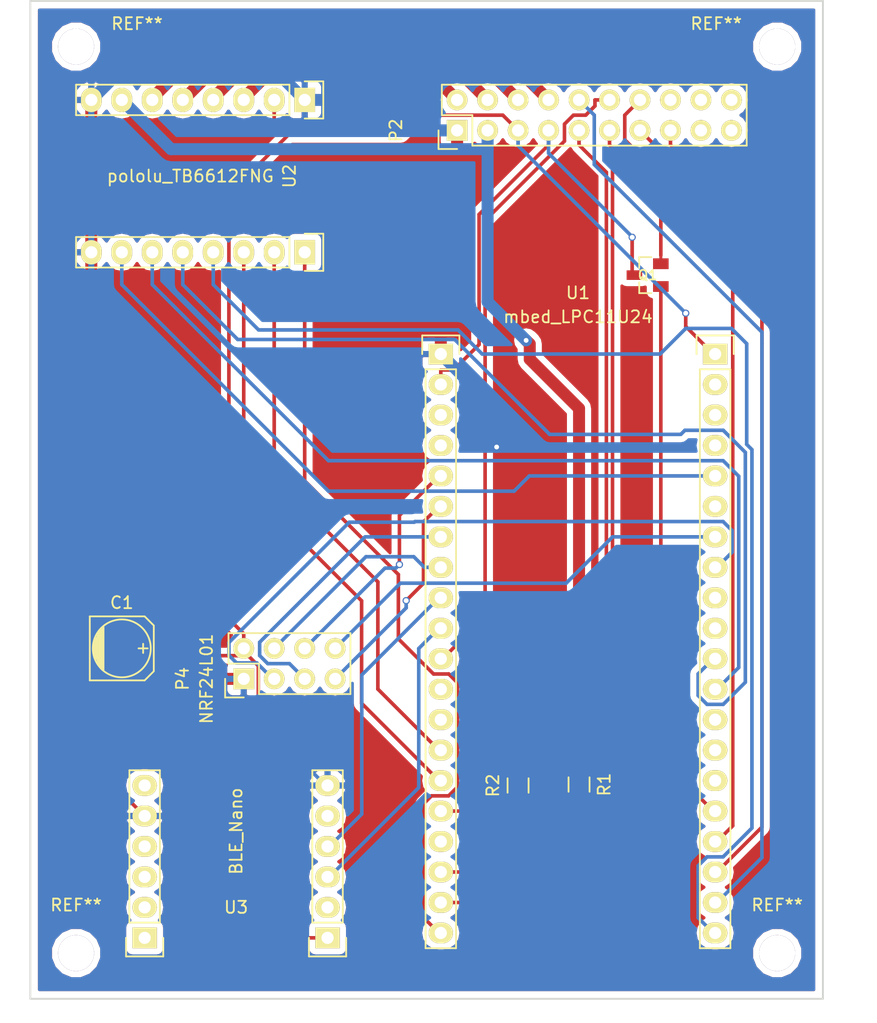
<source format=kicad_pcb>
(kicad_pcb (version 4) (host pcbnew "(2015-08-05 BZR 6055, Git fa29c62)-product")

  (general
    (links 47)
    (no_connects 0)
    (area 101.524999 75.489999 167.715001 158.825001)
    (thickness 1.6)
    (drawings 4)
    (tracks 270)
    (zones 0)
    (modules 13)
    (nets 33)
  )

  (page A4)
  (layers
    (0 F.Cu signal)
    (31 B.Cu signal)
    (32 B.Adhes user)
    (33 F.Adhes user)
    (34 B.Paste user)
    (35 F.Paste user)
    (36 B.SilkS user)
    (37 F.SilkS user)
    (38 B.Mask user)
    (39 F.Mask user)
    (40 Dwgs.User user)
    (41 Cmts.User user)
    (42 Eco1.User user)
    (43 Eco2.User user)
    (44 Edge.Cuts user)
    (45 Margin user)
    (46 B.CrtYd user)
    (47 F.CrtYd user)
    (48 B.Fab user)
    (49 F.Fab user)
  )

  (setup
    (last_trace_width 0.3)
    (user_trace_width 0.3)
    (user_trace_width 1)
    (trace_clearance 0.25)
    (zone_clearance 0.508)
    (zone_45_only no)
    (trace_min 0.2)
    (segment_width 0.2)
    (edge_width 0.15)
    (via_size 0.6)
    (via_drill 0.4)
    (via_min_size 0.4)
    (via_min_drill 0.3)
    (uvia_size 0.3)
    (uvia_drill 0.1)
    (uvias_allowed no)
    (uvia_min_size 0.2)
    (uvia_min_drill 0.1)
    (pcb_text_width 0.3)
    (pcb_text_size 1.5 1.5)
    (mod_edge_width 0.15)
    (mod_text_size 1 1)
    (mod_text_width 0.15)
    (pad_size 1.524 1.524)
    (pad_drill 0.762)
    (pad_to_mask_clearance 0.2)
    (aux_axis_origin 0 0)
    (visible_elements 7FFFFFFF)
    (pcbplotparams
      (layerselection 0x010f0_80000001)
      (usegerberextensions true)
      (excludeedgelayer true)
      (linewidth 0.100000)
      (plotframeref false)
      (viasonmask false)
      (mode 1)
      (useauxorigin false)
      (hpglpennumber 1)
      (hpglpenspeed 20)
      (hpglpendiameter 15)
      (hpglpenoverlay 2)
      (psnegative false)
      (psa4output false)
      (plotreference true)
      (plotvalue true)
      (plotinvisibletext false)
      (padsonsilk false)
      (subtractmaskfromsilk false)
      (outputformat 1)
      (mirror false)
      (drillshape 0)
      (scaleselection 1)
      (outputdirectory Output/))
  )

  (net 0 "")
  (net 1 +3V3)
  (net 2 GND)
  (net 3 /Motor1+)
  (net 4 VCC)
  (net 5 /Motor1-)
  (net 6 /Motor2+)
  (net 7 +5V)
  (net 8 /Motor2-)
  (net 9 /US_FrontTrig)
  (net 10 /Servo)
  (net 11 /US_FrontEcho)
  (net 12 /Light)
  (net 13 /US_BackTrig)
  (net 14 /Beep)
  (net 15 /US_BackEcho)
  (net 16 "Net-(P4-Pad3)")
  (net 17 "Net-(P4-Pad4)")
  (net 18 "Net-(P4-Pad5)")
  (net 19 "Net-(P4-Pad6)")
  (net 20 "Net-(P4-Pad7)")
  (net 21 "Net-(P4-Pad8)")
  (net 22 "Net-(R1-Pad2)")
  (net 23 /PwmB)
  (net 24 /BIN1)
  (net 25 /BIN2)
  (net 26 /Standby)
  (net 27 /AIN2)
  (net 28 /AIN1)
  (net 29 /PwmA)
  (net 30 "Net-(U1-Pad9)")
  (net 31 "Net-(U1-Pad10)")
  (net 32 "Net-(Q1-Pad1)")

  (net_class Default "Dies ist die voreingestellte Netzklasse."
    (clearance 0.25)
    (trace_width 0.3)
    (via_dia 0.6)
    (via_drill 0.4)
    (uvia_dia 0.3)
    (uvia_drill 0.1)
    (add_net +3V3)
    (add_net +5V)
    (add_net /AIN1)
    (add_net /AIN2)
    (add_net /BIN1)
    (add_net /BIN2)
    (add_net /Beep)
    (add_net /Light)
    (add_net /Motor1+)
    (add_net /Motor1-)
    (add_net /Motor2+)
    (add_net /Motor2-)
    (add_net /PwmA)
    (add_net /PwmB)
    (add_net /Servo)
    (add_net /Standby)
    (add_net /US_BackEcho)
    (add_net /US_BackTrig)
    (add_net /US_FrontEcho)
    (add_net /US_FrontTrig)
    (add_net GND)
    (add_net "Net-(P4-Pad3)")
    (add_net "Net-(P4-Pad4)")
    (add_net "Net-(P4-Pad5)")
    (add_net "Net-(P4-Pad6)")
    (add_net "Net-(P4-Pad7)")
    (add_net "Net-(P4-Pad8)")
    (add_net "Net-(Q1-Pad1)")
    (add_net "Net-(R1-Pad2)")
    (add_net "Net-(U1-Pad10)")
    (add_net "Net-(U1-Pad9)")
    (add_net VCC)
  )

  (net_class Motor ""
    (clearance 0.3)
    (trace_width 1)
    (via_dia 0.6)
    (via_drill 0.4)
    (uvia_dia 0.3)
    (uvia_drill 0.1)
  )

  (module Mounting_Holes:MountingHole_3mm (layer F.Cu) (tedit 0) (tstamp 55F9D282)
    (at 105.41 79.375)
    (descr "Mounting hole, Befestigungsbohrung, 3mm, No Annular, Kein Restring,")
    (tags "Mounting hole, Befestigungsbohrung, 3mm, No Annular, Kein Restring,")
    (fp_text reference REF** (at 5.08 -1.905) (layer F.SilkS)
      (effects (font (size 1 1) (thickness 0.15)))
    )
    (fp_text value MountingHole_3mm (at 1.00076 5.00126) (layer F.Fab)
      (effects (font (size 1 1) (thickness 0.15)))
    )
    (fp_circle (center 0 0) (end 3 0) (layer Cmts.User) (width 0.381))
    (pad 1 thru_hole circle (at 0 0) (size 3 3) (drill 3) (layers))
  )

  (module Mounting_Holes:MountingHole_3mm (layer F.Cu) (tedit 0) (tstamp 55F9D27D)
    (at 105.41 154.94)
    (descr "Mounting hole, Befestigungsbohrung, 3mm, No Annular, Kein Restring,")
    (tags "Mounting hole, Befestigungsbohrung, 3mm, No Annular, Kein Restring,")
    (fp_text reference REF** (at 0 -4.0005) (layer F.SilkS)
      (effects (font (size 1 1) (thickness 0.15)))
    )
    (fp_text value MountingHole_3mm (at 1.00076 5.00126) (layer F.Fab)
      (effects (font (size 1 1) (thickness 0.15)))
    )
    (fp_circle (center 0 0) (end 3 0) (layer Cmts.User) (width 0.381))
    (pad 1 thru_hole circle (at 0 0) (size 3 3) (drill 3) (layers))
  )

  (module Mounting_Holes:MountingHole_3mm (layer F.Cu) (tedit 0) (tstamp 55F9D262)
    (at 163.83 79.375)
    (descr "Mounting hole, Befestigungsbohrung, 3mm, No Annular, Kein Restring,")
    (tags "Mounting hole, Befestigungsbohrung, 3mm, No Annular, Kein Restring,")
    (fp_text reference REF** (at -5.08 -1.905) (layer F.SilkS)
      (effects (font (size 1 1) (thickness 0.15)))
    )
    (fp_text value MountingHole_3mm (at 1.00076 5.00126) (layer F.Fab)
      (effects (font (size 1 1) (thickness 0.15)))
    )
    (fp_circle (center 0 0) (end 3 0) (layer Cmts.User) (width 0.381))
    (pad 1 thru_hole circle (at 0 0) (size 3 3) (drill 3) (layers))
  )

  (module Pin_Headers:Pin_Header_Straight_2x10 (layer F.Cu) (tedit 0) (tstamp 55F20B5D)
    (at 137.16 86.36 90)
    (descr "Through hole pin header")
    (tags "pin header")
    (path /55F0A740)
    (fp_text reference P2 (at 0 -5.1 90) (layer F.SilkS)
      (effects (font (size 1 1) (thickness 0.15)))
    )
    (fp_text value CONN_02X10 (at 0 -3.1 90) (layer F.Fab)
      (effects (font (size 1 1) (thickness 0.15)))
    )
    (fp_line (start -1.75 -1.75) (end -1.75 24.65) (layer F.CrtYd) (width 0.05))
    (fp_line (start 4.3 -1.75) (end 4.3 24.65) (layer F.CrtYd) (width 0.05))
    (fp_line (start -1.75 -1.75) (end 4.3 -1.75) (layer F.CrtYd) (width 0.05))
    (fp_line (start -1.75 24.65) (end 4.3 24.65) (layer F.CrtYd) (width 0.05))
    (fp_line (start 3.81 24.13) (end 3.81 -1.27) (layer F.SilkS) (width 0.15))
    (fp_line (start -1.27 1.27) (end -1.27 24.13) (layer F.SilkS) (width 0.15))
    (fp_line (start 3.81 24.13) (end -1.27 24.13) (layer F.SilkS) (width 0.15))
    (fp_line (start 3.81 -1.27) (end 1.27 -1.27) (layer F.SilkS) (width 0.15))
    (fp_line (start 0 -1.55) (end -1.55 -1.55) (layer F.SilkS) (width 0.15))
    (fp_line (start 1.27 -1.27) (end 1.27 1.27) (layer F.SilkS) (width 0.15))
    (fp_line (start 1.27 1.27) (end -1.27 1.27) (layer F.SilkS) (width 0.15))
    (fp_line (start -1.55 -1.55) (end -1.55 0) (layer F.SilkS) (width 0.15))
    (pad 1 thru_hole rect (at 0 0 90) (size 1.7272 1.7272) (drill 1.016) (layers *.Cu *.Mask F.SilkS)
      (net 2 GND))
    (pad 2 thru_hole oval (at 2.54 0 90) (size 1.7272 1.7272) (drill 1.016) (layers *.Cu *.Mask F.SilkS)
      (net 3 /Motor1+))
    (pad 3 thru_hole oval (at 0 2.54 90) (size 1.7272 1.7272) (drill 1.016) (layers *.Cu *.Mask F.SilkS)
      (net 4 VCC))
    (pad 4 thru_hole oval (at 2.54 2.54 90) (size 1.7272 1.7272) (drill 1.016) (layers *.Cu *.Mask F.SilkS)
      (net 5 /Motor1-))
    (pad 5 thru_hole oval (at 0 5.08 90) (size 1.7272 1.7272) (drill 1.016) (layers *.Cu *.Mask F.SilkS)
      (net 1 +3V3))
    (pad 6 thru_hole oval (at 2.54 5.08 90) (size 1.7272 1.7272) (drill 1.016) (layers *.Cu *.Mask F.SilkS)
      (net 6 /Motor2+))
    (pad 7 thru_hole oval (at 0 7.62 90) (size 1.7272 1.7272) (drill 1.016) (layers *.Cu *.Mask F.SilkS)
      (net 7 +5V))
    (pad 8 thru_hole oval (at 2.54 7.62 90) (size 1.7272 1.7272) (drill 1.016) (layers *.Cu *.Mask F.SilkS)
      (net 8 /Motor2-))
    (pad 9 thru_hole oval (at 0 10.16 90) (size 1.7272 1.7272) (drill 1.016) (layers *.Cu *.Mask F.SilkS)
      (net 9 /US_FrontTrig))
    (pad 10 thru_hole oval (at 2.54 10.16 90) (size 1.7272 1.7272) (drill 1.016) (layers *.Cu *.Mask F.SilkS)
      (net 10 /Servo))
    (pad 11 thru_hole oval (at 0 12.7 90) (size 1.7272 1.7272) (drill 1.016) (layers *.Cu *.Mask F.SilkS)
      (net 11 /US_FrontEcho))
    (pad 12 thru_hole oval (at 2.54 12.7 90) (size 1.7272 1.7272) (drill 1.016) (layers *.Cu *.Mask F.SilkS)
      (net 12 /Light))
    (pad 13 thru_hole oval (at 0 15.24 90) (size 1.7272 1.7272) (drill 1.016) (layers *.Cu *.Mask F.SilkS)
      (net 13 /US_BackTrig))
    (pad 14 thru_hole oval (at 2.54 15.24 90) (size 1.7272 1.7272) (drill 1.016) (layers *.Cu *.Mask F.SilkS)
      (net 14 /Beep))
    (pad 15 thru_hole oval (at 0 17.78 90) (size 1.7272 1.7272) (drill 1.016) (layers *.Cu *.Mask F.SilkS)
      (net 15 /US_BackEcho))
    (pad 16 thru_hole oval (at 2.54 17.78 90) (size 1.7272 1.7272) (drill 1.016) (layers *.Cu *.Mask F.SilkS))
    (pad 17 thru_hole oval (at 0 20.32 90) (size 1.7272 1.7272) (drill 1.016) (layers *.Cu *.Mask F.SilkS))
    (pad 18 thru_hole oval (at 2.54 20.32 90) (size 1.7272 1.7272) (drill 1.016) (layers *.Cu *.Mask F.SilkS))
    (pad 19 thru_hole oval (at 0 22.86 90) (size 1.7272 1.7272) (drill 1.016) (layers *.Cu *.Mask F.SilkS))
    (pad 20 thru_hole oval (at 2.54 22.86 90) (size 1.7272 1.7272) (drill 1.016) (layers *.Cu *.Mask F.SilkS))
    (model Pin_Headers.3dshapes/Pin_Header_Straight_2x10.wrl
      (at (xyz 0.05 -0.45 0))
      (scale (xyz 1 1 1))
      (rotate (xyz 0 0 90))
    )
  )

  (module Pin_Headers:Pin_Header_Straight_2x04 (layer F.Cu) (tedit 55F9DBB2) (tstamp 55F20B69)
    (at 119.38 132.08 90)
    (descr "Through hole pin header")
    (tags "pin header")
    (path /55F0AABC)
    (fp_text reference P4 (at 0 -5.1 90) (layer F.SilkS)
      (effects (font (size 1 1) (thickness 0.15)))
    )
    (fp_text value NRF24L01 (at 0 -3.1 90) (layer F.SilkS)
      (effects (font (size 1 1) (thickness 0.15)))
    )
    (fp_line (start -1.75 -1.75) (end -1.75 9.4) (layer F.CrtYd) (width 0.05))
    (fp_line (start 4.3 -1.75) (end 4.3 9.4) (layer F.CrtYd) (width 0.05))
    (fp_line (start -1.75 -1.75) (end 4.3 -1.75) (layer F.CrtYd) (width 0.05))
    (fp_line (start -1.75 9.4) (end 4.3 9.4) (layer F.CrtYd) (width 0.05))
    (fp_line (start -1.27 1.27) (end -1.27 8.89) (layer F.SilkS) (width 0.15))
    (fp_line (start -1.27 8.89) (end 3.81 8.89) (layer F.SilkS) (width 0.15))
    (fp_line (start 3.81 8.89) (end 3.81 -1.27) (layer F.SilkS) (width 0.15))
    (fp_line (start 3.81 -1.27) (end 1.27 -1.27) (layer F.SilkS) (width 0.15))
    (fp_line (start 0 -1.55) (end -1.55 -1.55) (layer F.SilkS) (width 0.15))
    (fp_line (start 1.27 -1.27) (end 1.27 1.27) (layer F.SilkS) (width 0.15))
    (fp_line (start 1.27 1.27) (end -1.27 1.27) (layer F.SilkS) (width 0.15))
    (fp_line (start -1.55 -1.55) (end -1.55 0) (layer F.SilkS) (width 0.15))
    (pad 1 thru_hole rect (at 0 0 90) (size 1.7272 1.7272) (drill 1.016) (layers *.Cu *.Mask F.SilkS)
      (net 2 GND))
    (pad 2 thru_hole oval (at 2.54 0 90) (size 1.7272 1.7272) (drill 1.016) (layers *.Cu *.Mask F.SilkS)
      (net 1 +3V3))
    (pad 3 thru_hole oval (at 0 2.54 90) (size 1.7272 1.7272) (drill 1.016) (layers *.Cu *.Mask F.SilkS)
      (net 16 "Net-(P4-Pad3)"))
    (pad 4 thru_hole oval (at 2.54 2.54 90) (size 1.7272 1.7272) (drill 1.016) (layers *.Cu *.Mask F.SilkS)
      (net 17 "Net-(P4-Pad4)"))
    (pad 5 thru_hole oval (at 0 5.08 90) (size 1.7272 1.7272) (drill 1.016) (layers *.Cu *.Mask F.SilkS)
      (net 18 "Net-(P4-Pad5)"))
    (pad 6 thru_hole oval (at 2.54 5.08 90) (size 1.7272 1.7272) (drill 1.016) (layers *.Cu *.Mask F.SilkS)
      (net 19 "Net-(P4-Pad6)"))
    (pad 7 thru_hole oval (at 0 7.62 90) (size 1.7272 1.7272) (drill 1.016) (layers *.Cu *.Mask F.SilkS)
      (net 20 "Net-(P4-Pad7)"))
    (pad 8 thru_hole oval (at 2.54 7.62 90) (size 1.7272 1.7272) (drill 1.016) (layers *.Cu *.Mask F.SilkS)
      (net 21 "Net-(P4-Pad8)"))
    (model Pin_Headers.3dshapes/Pin_Header_Straight_2x04.wrl
      (at (xyz 0.05 -0.15 0))
      (scale (xyz 1 1 1))
      (rotate (xyz 0 0 90))
    )
  )

  (module Resistors_SMD:R_0805_HandSoldering (layer F.Cu) (tedit 54189DEE) (tstamp 55F20B6F)
    (at 147.32 140.89 270)
    (descr "Resistor SMD 0805, hand soldering")
    (tags "resistor 0805")
    (path /55F20592)
    (attr smd)
    (fp_text reference R1 (at 0 -2.1 270) (layer F.SilkS)
      (effects (font (size 1 1) (thickness 0.15)))
    )
    (fp_text value R (at 0 2.1 270) (layer F.Fab)
      (effects (font (size 1 1) (thickness 0.15)))
    )
    (fp_line (start -2.4 -1) (end 2.4 -1) (layer F.CrtYd) (width 0.05))
    (fp_line (start -2.4 1) (end 2.4 1) (layer F.CrtYd) (width 0.05))
    (fp_line (start -2.4 -1) (end -2.4 1) (layer F.CrtYd) (width 0.05))
    (fp_line (start 2.4 -1) (end 2.4 1) (layer F.CrtYd) (width 0.05))
    (fp_line (start 0.6 0.875) (end -0.6 0.875) (layer F.SilkS) (width 0.15))
    (fp_line (start -0.6 -0.875) (end 0.6 -0.875) (layer F.SilkS) (width 0.15))
    (pad 1 smd rect (at -1.35 0 270) (size 1.5 1.3) (layers F.Cu F.Paste F.Mask)
      (net 4 VCC))
    (pad 2 smd rect (at 1.35 0 270) (size 1.5 1.3) (layers F.Cu F.Paste F.Mask)
      (net 22 "Net-(R1-Pad2)"))
    (model Resistors_SMD.3dshapes/R_0805_HandSoldering.wrl
      (at (xyz 0 0 0))
      (scale (xyz 1 1 1))
      (rotate (xyz 0 0 0))
    )
  )

  (module Resistors_SMD:R_0805_HandSoldering (layer F.Cu) (tedit 54189DEE) (tstamp 55F20B75)
    (at 142.24 140.97 90)
    (descr "Resistor SMD 0805, hand soldering")
    (tags "resistor 0805")
    (path /55F205F9)
    (attr smd)
    (fp_text reference R2 (at 0 -2.1 90) (layer F.SilkS)
      (effects (font (size 1 1) (thickness 0.15)))
    )
    (fp_text value R (at 0 2.1 90) (layer F.Fab)
      (effects (font (size 1 1) (thickness 0.15)))
    )
    (fp_line (start -2.4 -1) (end 2.4 -1) (layer F.CrtYd) (width 0.05))
    (fp_line (start -2.4 1) (end 2.4 1) (layer F.CrtYd) (width 0.05))
    (fp_line (start -2.4 -1) (end -2.4 1) (layer F.CrtYd) (width 0.05))
    (fp_line (start 2.4 -1) (end 2.4 1) (layer F.CrtYd) (width 0.05))
    (fp_line (start 0.6 0.875) (end -0.6 0.875) (layer F.SilkS) (width 0.15))
    (fp_line (start -0.6 -0.875) (end 0.6 -0.875) (layer F.SilkS) (width 0.15))
    (pad 1 smd rect (at -1.35 0 90) (size 1.5 1.3) (layers F.Cu F.Paste F.Mask)
      (net 22 "Net-(R1-Pad2)"))
    (pad 2 smd rect (at 1.35 0 90) (size 1.5 1.3) (layers F.Cu F.Paste F.Mask)
      (net 2 GND))
    (model Resistors_SMD.3dshapes/R_0805_HandSoldering.wrl
      (at (xyz 0 0 0))
      (scale (xyz 1 1 1))
      (rotate (xyz 0 0 0))
    )
  )

  (module Footprints:RedBearLab_BLE_Nano (layer F.Cu) (tedit 55F9DB9A) (tstamp 55F493C0)
    (at 118.745 153.67 180)
    (descr "Through hole pin header")
    (tags "pin header")
    (path /55F49CF2)
    (fp_text reference U3 (at 0 2.54 180) (layer F.SilkS)
      (effects (font (size 1 1) (thickness 0.15)))
    )
    (fp_text value BLE_Nano (at 0 8.89 270) (layer F.SilkS)
      (effects (font (size 1 1) (thickness 0.15)))
    )
    (fp_line (start 6.07 -1.55) (end 9.17 -1.55) (layer F.SilkS) (width 0.15))
    (fp_line (start 6.07 0) (end 6.07 -1.55) (layer F.SilkS) (width 0.15))
    (fp_line (start 8.89 1.27) (end 6.35 1.27) (layer F.SilkS) (width 0.15))
    (fp_line (start 9.17 -1.55) (end 9.17 0) (layer F.SilkS) (width 0.15))
    (fp_line (start 6.35 13.97) (end 6.35 1.27) (layer F.SilkS) (width 0.15))
    (fp_line (start 8.89 13.97) (end 6.35 13.97) (layer F.SilkS) (width 0.15))
    (fp_line (start 8.89 1.27) (end 8.89 13.97) (layer F.SilkS) (width 0.15))
    (fp_line (start 5.87 14.45) (end 9.37 14.45) (layer F.CrtYd) (width 0.05))
    (fp_line (start 5.87 -1.75) (end 9.37 -1.75) (layer F.CrtYd) (width 0.05))
    (fp_line (start 9.37 -1.75) (end 9.37 14.45) (layer F.CrtYd) (width 0.05))
    (fp_line (start 5.87 -1.75) (end 5.87 14.45) (layer F.CrtYd) (width 0.05))
    (fp_line (start -9.37 -1.75) (end -9.37 14.45) (layer F.CrtYd) (width 0.05))
    (fp_line (start -5.87 -1.75) (end -5.87 14.45) (layer F.CrtYd) (width 0.05))
    (fp_line (start -9.37 -1.75) (end -5.87 -1.75) (layer F.CrtYd) (width 0.05))
    (fp_line (start -9.37 14.45) (end -5.87 14.45) (layer F.CrtYd) (width 0.05))
    (fp_line (start -6.35 1.27) (end -6.35 13.97) (layer F.SilkS) (width 0.15))
    (fp_line (start -6.35 13.97) (end -8.89 13.97) (layer F.SilkS) (width 0.15))
    (fp_line (start -8.89 13.97) (end -8.89 1.27) (layer F.SilkS) (width 0.15))
    (fp_line (start -6.07 -1.55) (end -6.07 0) (layer F.SilkS) (width 0.15))
    (fp_line (start -6.35 1.27) (end -8.89 1.27) (layer F.SilkS) (width 0.15))
    (fp_line (start -9.17 0) (end -9.17 -1.55) (layer F.SilkS) (width 0.15))
    (fp_line (start -9.17 -1.55) (end -6.07 -1.55) (layer F.SilkS) (width 0.15))
    (pad 12 thru_hole oval (at 7.62 12.7 180) (size 2.032 1.7272) (drill 1.016) (layers *.Cu *.Mask F.SilkS))
    (pad 11 thru_hole oval (at 7.62 10.16 180) (size 2.032 1.7272) (drill 1.016) (layers *.Cu *.Mask F.SilkS)
      (net 2 GND))
    (pad 10 thru_hole oval (at 7.62 7.62 180) (size 2.032 1.7272) (drill 1.016) (layers *.Cu *.Mask F.SilkS))
    (pad 9 thru_hole oval (at 7.62 5.08 180) (size 2.032 1.7272) (drill 1.016) (layers *.Cu *.Mask F.SilkS))
    (pad 8 thru_hole oval (at 7.62 2.54 180) (size 2.032 1.7272) (drill 1.016) (layers *.Cu *.Mask F.SilkS))
    (pad 7 thru_hole rect (at 7.62 0 180) (size 2.032 1.7272) (drill 1.016) (layers *.Cu *.Mask F.SilkS))
    (pad 1 thru_hole rect (at -7.62 0 180) (size 2.032 1.7272) (drill 1.016) (layers *.Cu *.Mask F.SilkS)
      (net 1 +3V3))
    (pad 2 thru_hole oval (at -7.62 2.54 180) (size 2.032 1.7272) (drill 1.016) (layers *.Cu *.Mask F.SilkS))
    (pad 3 thru_hole oval (at -7.62 5.08 180) (size 2.032 1.7272) (drill 1.016) (layers *.Cu *.Mask F.SilkS)
      (net 31 "Net-(U1-Pad10)"))
    (pad 4 thru_hole oval (at -7.62 7.62 180) (size 2.032 1.7272) (drill 1.016) (layers *.Cu *.Mask F.SilkS)
      (net 30 "Net-(U1-Pad9)"))
    (pad 5 thru_hole oval (at -7.62 10.16 180) (size 2.032 1.7272) (drill 1.016) (layers *.Cu *.Mask F.SilkS))
    (pad 6 thru_hole oval (at -7.62 12.7 180) (size 2.032 1.7272) (drill 1.016) (layers *.Cu *.Mask F.SilkS)
      (net 2 GND))
    (model Pin_Headers.3dshapes/Pin_Header_Straight_1x06.wrl
      (at (xyz 0 -0.25 0))
      (scale (xyz 1 1 1))
      (rotate (xyz 0 0 90))
    )
  )

  (module Capacitors_SMD:c_elec_5x5.3 (layer F.Cu) (tedit 55725CA0) (tstamp 55F5E655)
    (at 109.22 129.54)
    (descr "SMT capacitor, aluminium electrolytic, 5x5.3")
    (path /55F23FC1)
    (attr smd)
    (fp_text reference C1 (at 0 -3.81) (layer F.SilkS)
      (effects (font (size 1 1) (thickness 0.15)))
    )
    (fp_text value 20uF (at 0 3.81) (layer F.Fab)
      (effects (font (size 1 1) (thickness 0.15)))
    )
    (fp_line (start -3.95 -3) (end 3.95 -3) (layer F.CrtYd) (width 0.05))
    (fp_line (start 3.95 -3) (end 3.95 3) (layer F.CrtYd) (width 0.05))
    (fp_line (start 3.95 3) (end -3.95 3) (layer F.CrtYd) (width 0.05))
    (fp_line (start -3.95 3) (end -3.95 -3) (layer F.CrtYd) (width 0.05))
    (fp_line (start -2.286 -0.635) (end -2.286 0.762) (layer F.SilkS) (width 0.15))
    (fp_line (start -2.159 -0.889) (end -2.159 0.889) (layer F.SilkS) (width 0.15))
    (fp_line (start -2.032 -1.27) (end -2.032 1.27) (layer F.SilkS) (width 0.15))
    (fp_line (start -1.905 1.397) (end -1.905 -1.397) (layer F.SilkS) (width 0.15))
    (fp_line (start -1.778 -1.524) (end -1.778 1.524) (layer F.SilkS) (width 0.15))
    (fp_line (start -1.651 1.651) (end -1.651 -1.651) (layer F.SilkS) (width 0.15))
    (fp_line (start -1.524 -1.778) (end -1.524 1.778) (layer F.SilkS) (width 0.15))
    (fp_line (start -2.667 -2.667) (end 1.905 -2.667) (layer F.SilkS) (width 0.15))
    (fp_line (start 1.905 -2.667) (end 2.667 -1.905) (layer F.SilkS) (width 0.15))
    (fp_line (start 2.667 -1.905) (end 2.667 1.905) (layer F.SilkS) (width 0.15))
    (fp_line (start 2.667 1.905) (end 1.905 2.667) (layer F.SilkS) (width 0.15))
    (fp_line (start 1.905 2.667) (end -2.667 2.667) (layer F.SilkS) (width 0.15))
    (fp_line (start -2.667 2.667) (end -2.667 -2.667) (layer F.SilkS) (width 0.15))
    (fp_line (start 2.159 0) (end 1.397 0) (layer F.SilkS) (width 0.15))
    (fp_line (start 1.778 -0.381) (end 1.778 0.381) (layer F.SilkS) (width 0.15))
    (fp_circle (center 0 0) (end -2.413 0) (layer F.SilkS) (width 0.15))
    (pad 1 smd rect (at 2.19964 0) (size 2.99974 1.6002) (layers F.Cu F.Paste F.Mask)
      (net 1 +3V3))
    (pad 2 smd rect (at -2.19964 0) (size 2.99974 1.6002) (layers F.Cu F.Paste F.Mask)
      (net 2 GND))
    (model Capacitors_SMD.3dshapes/c_elec_5x5.3.wrl
      (at (xyz 0 0 0))
      (scale (xyz 1 1 1))
      (rotate (xyz 0 0 0))
    )
  )

  (module Footprints:SOT-23 (layer F.Cu) (tedit 54CBE5F0) (tstamp 55F5E9F3)
    (at 153.035 98.425 180)
    (path /55F5EFDD)
    (fp_text reference Q1 (at 0 0 180) (layer F.SilkS)
      (effects (font (size 0.8 0.8) (thickness 0.15)))
    )
    (fp_text value BC850 (at 0 0 180) (layer F.Fab)
      (effects (font (size 0.8 0.8) (thickness 0.15)))
    )
    (fp_line (start -2 -1.75) (end 2 -1.75) (layer F.CrtYd) (width 0.15))
    (fp_line (start 2 -1.75) (end 2 1.75) (layer F.CrtYd) (width 0.15))
    (fp_line (start 2 1.75) (end -2 1.75) (layer F.CrtYd) (width 0.15))
    (fp_line (start -2 1.75) (end -2 -1.75) (layer F.CrtYd) (width 0.15))
    (fp_line (start 0.7 0.6) (end 0.7 1.5) (layer F.SilkS) (width 0.15))
    (fp_line (start 0.7 1.5) (end -0.3 1.5) (layer F.SilkS) (width 0.15))
    (fp_line (start -0.3 -1.5) (end 0.7 -1.5) (layer F.SilkS) (width 0.15))
    (fp_line (start 0.7 -1.5) (end 0.7 -0.6) (layer F.SilkS) (width 0.15))
    (fp_line (start -0.7 -1.5) (end 0.7 -1.5) (layer F.Fab) (width 0.15))
    (fp_line (start 0.7 -1.5) (end 0.7 1.5) (layer F.Fab) (width 0.15))
    (fp_line (start 0.7 1.5) (end -0.7 1.5) (layer F.Fab) (width 0.15))
    (fp_line (start -0.7 1.5) (end -0.7 -1.5) (layer F.Fab) (width 0.15))
    (pad 1 smd rect (at -1.1 -0.95 180) (size 1.3 0.9) (layers F.Cu F.Paste F.Mask)
      (net 32 "Net-(Q1-Pad1)"))
    (pad 2 smd rect (at -1.1 0.95 180) (size 1.3 0.9) (layers F.Cu F.Paste F.Mask)
      (net 14 /Beep))
    (pad 3 smd rect (at 1.1 0 180) (size 1.3 0.8) (layers F.Cu F.Paste F.Mask)
      (net 7 +5V))
    (model smd_trans/sot23.wrl
      (at (xyz 0 0 0))
      (scale (xyz 1 1 1))
      (rotate (xyz 0 0 90))
    )
  )

  (module Footprints:pololu_TB6612FNG (layer F.Cu) (tedit 55F9DB78) (tstamp 55F9CB2D)
    (at 124.46 90.17 270)
    (descr "Through hole pin header")
    (tags "pin header")
    (path /55F21718)
    (fp_text reference U2 (at 0 1.27 270) (layer F.SilkS)
      (effects (font (size 1 1) (thickness 0.15)))
    )
    (fp_text value pololu_TB6612FNG (at 0 9.525 360) (layer F.SilkS)
      (effects (font (size 1 1) (thickness 0.15)))
    )
    (fp_line (start -8.1 -1.75) (end -8.1 19.55) (layer F.CrtYd) (width 0.05))
    (fp_line (start -4.6 -1.75) (end -4.6 19.55) (layer F.CrtYd) (width 0.05))
    (fp_line (start -8.1 -1.75) (end -4.6 -1.75) (layer F.CrtYd) (width 0.05))
    (fp_line (start -8.1 19.55) (end -4.6 19.55) (layer F.CrtYd) (width 0.05))
    (fp_line (start -5.08 1.27) (end -5.08 19.05) (layer F.SilkS) (width 0.15))
    (fp_line (start -5.08 19.05) (end -7.62 19.05) (layer F.SilkS) (width 0.15))
    (fp_line (start -7.62 19.05) (end -7.62 1.27) (layer F.SilkS) (width 0.15))
    (fp_line (start -4.8 -1.55) (end -4.8 0) (layer F.SilkS) (width 0.15))
    (fp_line (start -5.08 1.27) (end -7.62 1.27) (layer F.SilkS) (width 0.15))
    (fp_line (start -7.9 0) (end -7.9 -1.55) (layer F.SilkS) (width 0.15))
    (fp_line (start -7.9 -1.55) (end -4.8 -1.55) (layer F.SilkS) (width 0.15))
    (fp_line (start 7.9 -1.55) (end 7.9 0) (layer F.SilkS) (width 0.15))
    (fp_line (start 4.8 0) (end 4.8 -1.55) (layer F.SilkS) (width 0.15))
    (fp_line (start 4.8 -1.55) (end 7.9 -1.55) (layer F.SilkS) (width 0.15))
    (fp_line (start 7.62 1.27) (end 7.62 19.05) (layer F.SilkS) (width 0.15))
    (fp_line (start 7.62 19.05) (end 5.08 19.05) (layer F.SilkS) (width 0.15))
    (fp_line (start 7.62 1.27) (end 5.08 1.27) (layer F.SilkS) (width 0.15))
    (fp_line (start 5.08 19.05) (end 5.08 1.27) (layer F.SilkS) (width 0.15))
    (fp_line (start 4.6 -1.75) (end 8.1 -1.75) (layer F.CrtYd) (width 0.05))
    (fp_line (start 4.6 -1.75) (end 4.6 19.55) (layer F.CrtYd) (width 0.05))
    (fp_line (start 8.1 -1.75) (end 8.1 19.55) (layer F.CrtYd) (width 0.05))
    (fp_line (start 4.6 19.55) (end 8.1 19.55) (layer F.CrtYd) (width 0.05))
    (pad 1 thru_hole rect (at -6.35 0 270) (size 2.032 1.7272) (drill 1.016) (layers *.Cu *.Mask F.SilkS)
      (net 2 GND))
    (pad 2 thru_hole oval (at -6.35 2.54 270) (size 2.032 1.7272) (drill 1.016) (layers *.Cu *.Mask F.SilkS)
      (net 1 +3V3))
    (pad 3 thru_hole oval (at -6.35 5.08 270) (size 2.032 1.7272) (drill 1.016) (layers *.Cu *.Mask F.SilkS)
      (net 3 /Motor1+))
    (pad 4 thru_hole oval (at -6.35 7.62 270) (size 2.032 1.7272) (drill 1.016) (layers *.Cu *.Mask F.SilkS)
      (net 5 /Motor1-))
    (pad 5 thru_hole oval (at -6.35 10.16 270) (size 2.032 1.7272) (drill 1.016) (layers *.Cu *.Mask F.SilkS)
      (net 6 /Motor2+))
    (pad 6 thru_hole oval (at -6.35 12.7 270) (size 2.032 1.7272) (drill 1.016) (layers *.Cu *.Mask F.SilkS)
      (net 8 /Motor2-))
    (pad 7 thru_hole oval (at -6.35 15.24 270) (size 2.032 1.7272) (drill 1.016) (layers *.Cu *.Mask F.SilkS)
      (net 4 VCC))
    (pad 8 thru_hole oval (at -6.35 17.78 270) (size 2.032 1.7272) (drill 1.016) (layers *.Cu *.Mask F.SilkS)
      (net 2 GND))
    (pad 9 thru_hole rect (at 6.35 0 270) (size 2.032 1.7272) (drill 1.016) (layers *.Cu *.Mask F.SilkS)
      (net 29 /PwmA))
    (pad 14 thru_hole oval (at 6.35 12.7 270) (size 2.032 1.7272) (drill 1.016) (layers *.Cu *.Mask F.SilkS)
      (net 25 /BIN2))
    (pad 15 thru_hole oval (at 6.35 15.24 270) (size 2.032 1.7272) (drill 1.016) (layers *.Cu *.Mask F.SilkS)
      (net 23 /PwmB))
    (pad 16 thru_hole oval (at 6.35 17.78 270) (size 2.032 1.7272) (drill 1.016) (layers *.Cu *.Mask F.SilkS)
      (net 2 GND))
    (pad 13 thru_hole oval (at 6.35 10.16 270) (size 2.032 1.7272) (drill 1.016) (layers *.Cu *.Mask F.SilkS)
      (net 24 /BIN1))
    (pad 11 thru_hole oval (at 6.35 5.08 270) (size 2.032 1.7272) (drill 1.016) (layers *.Cu *.Mask F.SilkS)
      (net 28 /AIN1))
    (pad 10 thru_hole oval (at 6.35 2.54 270) (size 2.032 1.7272) (drill 1.016) (layers *.Cu *.Mask F.SilkS)
      (net 27 /AIN2))
    (pad 12 thru_hole oval (at 6.35 7.62 270) (size 2.032 1.7272) (drill 1.016) (layers *.Cu *.Mask F.SilkS)
      (net 26 /Standby))
    (model Pin_Headers.3dshapes/Pin_Header_Straight_1x08.wrl
      (at (xyz 0 -0.35 0))
      (scale (xyz 1 1 1))
      (rotate (xyz 0 0 90))
    )
  )

  (module Footprints:mbed_LPC11U35 (layer F.Cu) (tedit 55F9DB8C) (tstamp 55F9CEC5)
    (at 147.231 105.004)
    (descr "Through hole pin header")
    (tags "mbed lpc11u35")
    (path /55F0ABF9)
    (fp_text reference U1 (at 0 -5.1) (layer F.SilkS)
      (effects (font (size 1 1) (thickness 0.15)))
    )
    (fp_text value mbed_LPC11U24 (at 0 -3.1) (layer F.SilkS)
      (effects (font (size 1 1) (thickness 0.15)))
    )
    (fp_line (start 9.88 -1.55) (end 12.98 -1.55) (layer F.SilkS) (width 0.15))
    (fp_line (start 9.88 0) (end 9.88 -1.55) (layer F.SilkS) (width 0.15))
    (fp_line (start 12.7 1.27) (end 10.16 1.27) (layer F.SilkS) (width 0.15))
    (fp_line (start 12.98 -1.55) (end 12.98 0) (layer F.SilkS) (width 0.15))
    (fp_line (start 10.16 49.53) (end 10.16 1.27) (layer F.SilkS) (width 0.15))
    (fp_line (start 12.7 49.53) (end 10.16 49.53) (layer F.SilkS) (width 0.15))
    (fp_line (start 12.7 1.27) (end 12.7 49.53) (layer F.SilkS) (width 0.15))
    (fp_line (start 9.68 50.05) (end 13.18 50.05) (layer F.CrtYd) (width 0.05))
    (fp_line (start 9.68 -1.75) (end 13.18 -1.75) (layer F.CrtYd) (width 0.05))
    (fp_line (start 13.18 -1.75) (end 13.18 50.05) (layer F.CrtYd) (width 0.05))
    (fp_line (start 9.68 -1.75) (end 9.68 50.05) (layer F.CrtYd) (width 0.05))
    (fp_line (start -13.18 -1.75) (end -13.18 50.05) (layer F.CrtYd) (width 0.05))
    (fp_line (start -9.68 -1.75) (end -9.68 50.05) (layer F.CrtYd) (width 0.05))
    (fp_line (start -13.18 -1.75) (end -9.68 -1.75) (layer F.CrtYd) (width 0.05))
    (fp_line (start -13.18 50.05) (end -9.68 50.05) (layer F.CrtYd) (width 0.05))
    (fp_line (start -10.16 1.27) (end -10.16 49.53) (layer F.SilkS) (width 0.15))
    (fp_line (start -10.16 49.53) (end -12.7 49.53) (layer F.SilkS) (width 0.15))
    (fp_line (start -12.7 49.53) (end -12.7 1.27) (layer F.SilkS) (width 0.15))
    (fp_line (start -9.88 -1.55) (end -9.88 0) (layer F.SilkS) (width 0.15))
    (fp_line (start -10.16 1.27) (end -12.7 1.27) (layer F.SilkS) (width 0.15))
    (fp_line (start -12.98 0) (end -12.98 -1.55) (layer F.SilkS) (width 0.15))
    (fp_line (start -12.98 -1.55) (end -9.88 -1.55) (layer F.SilkS) (width 0.15))
    (pad 21 thru_hole oval (at 11.43 48.26) (size 2.032 1.7272) (drill 1.016) (layers *.Cu *.Mask F.SilkS)
      (net 26 /Standby))
    (pad 22 thru_hole oval (at 11.43 45.72) (size 2.032 1.7272) (drill 1.016) (layers *.Cu *.Mask F.SilkS)
      (net 10 /Servo))
    (pad 23 thru_hole oval (at 11.43 43.18) (size 2.032 1.7272) (drill 1.016) (layers *.Cu *.Mask F.SilkS)
      (net 15 /US_BackEcho))
    (pad 24 thru_hole oval (at 11.43 40.64) (size 2.032 1.7272) (drill 1.016) (layers *.Cu *.Mask F.SilkS)
      (net 13 /US_BackTrig))
    (pad 25 thru_hole oval (at 11.43 38.1) (size 2.032 1.7272) (drill 1.016) (layers *.Cu *.Mask F.SilkS)
      (net 32 "Net-(Q1-Pad1)"))
    (pad 26 thru_hole oval (at 11.43 35.56) (size 2.032 1.7272) (drill 1.016) (layers *.Cu *.Mask F.SilkS))
    (pad 27 thru_hole oval (at 11.43 33.02) (size 2.032 1.7272) (drill 1.016) (layers *.Cu *.Mask F.SilkS))
    (pad 28 thru_hole oval (at 11.43 30.48) (size 2.032 1.7272) (drill 1.016) (layers *.Cu *.Mask F.SilkS))
    (pad 29 thru_hole oval (at 11.43 27.94) (size 2.032 1.7272) (drill 1.016) (layers *.Cu *.Mask F.SilkS)
      (net 25 /BIN2))
    (pad 30 thru_hole oval (at 11.43 25.4) (size 2.032 1.7272) (drill 1.016) (layers *.Cu *.Mask F.SilkS)
      (net 24 /BIN1))
    (pad 31 thru_hole oval (at 11.43 22.86) (size 2.032 1.7272) (drill 1.016) (layers *.Cu *.Mask F.SilkS))
    (pad 32 thru_hole oval (at 11.43 20.32) (size 2.032 1.7272) (drill 1.016) (layers *.Cu *.Mask F.SilkS))
    (pad 33 thru_hole oval (at 11.43 17.78) (size 2.032 1.7272) (drill 1.016) (layers *.Cu *.Mask F.SilkS)
      (net 16 "Net-(P4-Pad3)"))
    (pad 34 thru_hole oval (at 11.43 15.24) (size 2.032 1.7272) (drill 1.016) (layers *.Cu *.Mask F.SilkS)
      (net 21 "Net-(P4-Pad8)"))
    (pad 35 thru_hole oval (at 11.43 12.7) (size 2.032 1.7272) (drill 1.016) (layers *.Cu *.Mask F.SilkS))
    (pad 36 thru_hole oval (at 11.43 10.16) (size 2.032 1.7272) (drill 1.016) (layers *.Cu *.Mask F.SilkS)
      (net 23 /PwmB))
    (pad 37 thru_hole oval (at 11.43 7.62) (size 2.032 1.7272) (drill 1.016) (layers *.Cu *.Mask F.SilkS))
    (pad 38 thru_hole oval (at 11.43 5.08) (size 2.032 1.7272) (drill 1.016) (layers *.Cu *.Mask F.SilkS))
    (pad 39 thru_hole oval (at 11.43 2.54) (size 2.032 1.7272) (drill 1.016) (layers *.Cu *.Mask F.SilkS))
    (pad 40 thru_hole rect (at 11.43 0) (size 2.032 1.7272) (drill 1.016) (layers *.Cu *.Mask F.SilkS)
      (net 1 +3V3))
    (pad 1 thru_hole rect (at -11.43 0) (size 2.032 1.7272) (drill 1.016) (layers *.Cu *.Mask F.SilkS)
      (net 2 GND))
    (pad 2 thru_hole oval (at -11.43 2.54) (size 2.032 1.7272) (drill 1.016) (layers *.Cu *.Mask F.SilkS)
      (net 7 +5V))
    (pad 3 thru_hole oval (at -11.43 5.08) (size 2.032 1.7272) (drill 1.016) (layers *.Cu *.Mask F.SilkS))
    (pad 4 thru_hole oval (at -11.43 7.62) (size 2.032 1.7272) (drill 1.016) (layers *.Cu *.Mask F.SilkS))
    (pad 5 thru_hole oval (at -11.43 10.16) (size 2.032 1.7272) (drill 1.016) (layers *.Cu *.Mask F.SilkS)
      (net 19 "Net-(P4-Pad6)"))
    (pad 6 thru_hole oval (at -11.43 12.7) (size 2.032 1.7272) (drill 1.016) (layers *.Cu *.Mask F.SilkS)
      (net 20 "Net-(P4-Pad7)"))
    (pad 7 thru_hole oval (at -11.43 15.24) (size 2.032 1.7272) (drill 1.016) (layers *.Cu *.Mask F.SilkS)
      (net 18 "Net-(P4-Pad5)"))
    (pad 8 thru_hole oval (at -11.43 17.78) (size 2.032 1.7272) (drill 1.016) (layers *.Cu *.Mask F.SilkS)
      (net 17 "Net-(P4-Pad4)"))
    (pad 9 thru_hole oval (at -11.43 20.32) (size 2.032 1.7272) (drill 1.016) (layers *.Cu *.Mask F.SilkS)
      (net 30 "Net-(U1-Pad9)"))
    (pad 10 thru_hole oval (at -11.43 22.86) (size 2.032 1.7272) (drill 1.016) (layers *.Cu *.Mask F.SilkS)
      (net 31 "Net-(U1-Pad10)"))
    (pad 11 thru_hole oval (at -11.43 25.4) (size 2.032 1.7272) (drill 1.016) (layers *.Cu *.Mask F.SilkS)
      (net 12 /Light))
    (pad 12 thru_hole oval (at -11.43 27.94) (size 2.032 1.7272) (drill 1.016) (layers *.Cu *.Mask F.SilkS))
    (pad 13 thru_hole oval (at -11.43 30.48) (size 2.032 1.7272) (drill 1.016) (layers *.Cu *.Mask F.SilkS))
    (pad 14 thru_hole oval (at -11.43 33.02) (size 2.032 1.7272) (drill 1.016) (layers *.Cu *.Mask F.SilkS)
      (net 27 /AIN2))
    (pad 15 thru_hole oval (at -11.43 35.56) (size 2.032 1.7272) (drill 1.016) (layers *.Cu *.Mask F.SilkS)
      (net 28 /AIN1))
    (pad 16 thru_hole oval (at -11.43 38.1) (size 2.032 1.7272) (drill 1.016) (layers *.Cu *.Mask F.SilkS)
      (net 22 "Net-(R1-Pad2)"))
    (pad 17 thru_hole oval (at -11.43 40.64) (size 2.032 1.7272) (drill 1.016) (layers *.Cu *.Mask F.SilkS))
    (pad 18 thru_hole oval (at -11.43 43.18) (size 2.032 1.7272) (drill 1.016) (layers *.Cu *.Mask F.SilkS)
      (net 9 /US_FrontTrig))
    (pad 19 thru_hole oval (at -11.43 45.72) (size 2.032 1.7272) (drill 1.016) (layers *.Cu *.Mask F.SilkS)
      (net 11 /US_FrontEcho))
    (pad 20 thru_hole oval (at -11.43 48.26) (size 2.032 1.7272) (drill 1.016) (layers *.Cu *.Mask F.SilkS)
      (net 29 /PwmA))
    (model Pin_Headers.3dshapes/Pin_Header_Straight_1x20.wrl
      (at (xyz 0 -0.95 0))
      (scale (xyz 1 1 1))
      (rotate (xyz 0 0 90))
    )
  )

  (module Mounting_Holes:MountingHole_3mm (layer F.Cu) (tedit 0) (tstamp 55F9D25A)
    (at 163.83 154.94)
    (descr "Mounting hole, Befestigungsbohrung, 3mm, No Annular, Kein Restring,")
    (tags "Mounting hole, Befestigungsbohrung, 3mm, No Annular, Kein Restring,")
    (fp_text reference REF** (at 0 -4.0005) (layer F.SilkS)
      (effects (font (size 1 1) (thickness 0.15)))
    )
    (fp_text value MountingHole_3mm (at 1.00076 5.00126) (layer F.Fab)
      (effects (font (size 1 1) (thickness 0.15)))
    )
    (fp_circle (center 0 0) (end 3 0) (layer Cmts.User) (width 0.381))
    (pad 1 thru_hole circle (at 0 0) (size 3 3) (drill 3) (layers))
  )

  (gr_line (start 167.64 75.565) (end 101.6 75.565) (layer Edge.Cuts) (width 0.15))
  (gr_line (start 167.64 158.75) (end 167.64 75.565) (layer Edge.Cuts) (width 0.15))
  (gr_line (start 101.6 158.75) (end 167.64 158.75) (layer Edge.Cuts) (width 0.15))
  (gr_line (start 101.6 75.565) (end 101.6 158.75) (layer Edge.Cuts) (width 0.15))

  (segment (start 124.3076 153.67) (end 126.365 153.67) (width 0.3) (layer F.Cu) (net 1))
  (segment (start 120.594 149.9564) (end 124.3076 153.67) (width 0.3) (layer F.Cu) (net 1))
  (segment (start 156.21 101.6) (end 156.21 102.7054) (width 0.3) (layer F.Cu) (net 1))
  (segment (start 158.5086 105.004) (end 158.661 105.004) (width 0.3) (layer F.Cu) (net 1))
  (segment (start 156.21 102.7054) (end 158.5086 105.004) (width 0.3) (layer F.Cu) (net 1))
  (segment (start 142.24 86.36) (end 142.24 87.63) (width 0.3) (layer B.Cu) (net 1))
  (segment (start 142.24 87.63) (end 156.21 101.6) (width 0.3) (layer B.Cu) (net 1))
  (via (at 156.21 101.6) (size 0.6) (drill 0.4) (layers F.Cu B.Cu) (net 1))
  (segment (start 123.1 86.7301) (end 132.4836 86.7301) (width 0.3) (layer F.Cu) (net 1))
  (segment (start 132.4836 86.7301) (end 134.1237 85.09) (width 0.3) (layer F.Cu) (net 1))
  (segment (start 134.1237 85.09) (end 140.97 85.09) (width 0.3) (layer F.Cu) (net 1))
  (segment (start 140.97 85.09) (end 142.24 86.36) (width 0.3) (layer F.Cu) (net 1))
  (segment (start 119.38 130.1469) (end 119.7512 130.1469) (width 0.3) (layer F.Cu) (net 1))
  (segment (start 119.7512 130.1469) (end 120.594 130.9897) (width 0.3) (layer F.Cu) (net 1))
  (segment (start 120.594 130.9897) (end 120.594 149.9564) (width 0.3) (layer F.Cu) (net 1))
  (segment (start 123.1 86.7301) (end 121.92 85.5501) (width 0.3) (layer F.Cu) (net 1))
  (segment (start 121.92 85.5501) (end 121.92 83.82) (width 0.3) (layer F.Cu) (net 1))
  (segment (start 119.38 129.54) (end 119.38 130.1469) (width 0.3) (layer F.Cu) (net 1))
  (segment (start 115.1785 130.1469) (end 114.5716 129.54) (width 0.3) (layer F.Cu) (net 1))
  (segment (start 119.38 130.1469) (end 115.1785 130.1469) (width 0.3) (layer F.Cu) (net 1))
  (segment (start 112.4712 129.54) (end 114.5716 129.54) (width 0.3) (layer F.Cu) (net 1))
  (segment (start 119.38 129.54) (end 119.38 128.3261) (width 0.3) (layer F.Cu) (net 1))
  (segment (start 118.1446 127.0907) (end 119.38 128.3261) (width 0.3) (layer F.Cu) (net 1))
  (segment (start 118.1446 91.6855) (end 118.1446 127.0907) (width 0.3) (layer F.Cu) (net 1))
  (segment (start 123.1 86.7301) (end 118.1446 91.6855) (width 0.3) (layer F.Cu) (net 1))
  (segment (start 111.125 143.51) (end 107.4806 139.8656) (width 0.3) (layer F.Cu) (net 2))
  (segment (start 107.4806 139.8656) (end 107.4806 132.08) (width 0.3) (layer F.Cu) (net 2))
  (segment (start 119.38 132.08) (end 119.38 134.1374) (width 0.3) (layer B.Cu) (net 2))
  (segment (start 119.38 134.1374) (end 126.2126 140.97) (width 0.3) (layer B.Cu) (net 2))
  (segment (start 126.2126 140.97) (end 126.365 140.97) (width 0.3) (layer B.Cu) (net 2))
  (segment (start 106.68 96.52) (end 106.68 83.82) (width 1) (layer F.Cu) (net 2))
  (segment (start 107.4806 132.08) (end 106.6084 132.08) (width 1) (layer F.Cu) (net 2))
  (segment (start 106.6084 132.08) (end 105.9688 131.4404) (width 1) (layer F.Cu) (net 2))
  (segment (start 105.9688 131.4404) (end 105.9688 127.6395) (width 1) (layer F.Cu) (net 2))
  (segment (start 105.9688 127.6395) (end 106.68 126.9283) (width 1) (layer F.Cu) (net 2))
  (segment (start 106.68 126.9283) (end 106.68 99.06) (width 1) (layer F.Cu) (net 2))
  (segment (start 106.68 99.06) (end 106.68 96.52) (width 1) (layer F.Cu) (net 2))
  (segment (start 142.24 132.513571) (end 142.24 139.62) (width 1) (layer F.Cu) (net 2))
  (segment (start 142.24 114.54) (end 142.24 132.513571) (width 1) (layer F.Cu) (net 2))
  (via (at 140.4536 112.7536) (size 0.6) (layers F.Cu B.Cu) (net 2))
  (segment (start 135.801 105.004) (end 135.801 103.4401) (width 1) (layer F.Cu) (net 2))
  (segment (start 137.16 86.36) (end 137.16 87.9239) (width 1) (layer F.Cu) (net 2))
  (segment (start 135.801 89.2829) (end 137.16 87.9239) (width 1) (layer F.Cu) (net 2))
  (segment (start 135.801 103.4401) (end 135.801 89.2829) (width 1) (layer F.Cu) (net 2))
  (segment (start 122.7403 82.1003) (end 124.46 83.82) (width 1) (layer B.Cu) (net 2))
  (segment (start 108.3997 82.1003) (end 122.7403 82.1003) (width 1) (layer B.Cu) (net 2))
  (segment (start 106.68 83.82) (end 108.3997 82.1003) (width 1) (layer B.Cu) (net 2))
  (segment (start 128.5639 86.36) (end 126.0239 83.82) (width 1) (layer B.Cu) (net 2))
  (segment (start 137.16 86.36) (end 128.5639 86.36) (width 1) (layer B.Cu) (net 2))
  (segment (start 124.46 83.82) (end 126.0239 83.82) (width 1) (layer B.Cu) (net 2))
  (segment (start 119.38 132.08) (end 107.4806 132.08) (width 1) (layer F.Cu) (net 2))
  (segment (start 140.4536 109.6566) (end 140.4536 112.7536) (width 1) (layer B.Cu) (net 2))
  (segment (start 135.801 105.004) (end 140.4536 109.6566) (width 1) (layer B.Cu) (net 2))
  (segment (start 140.4536 112.7536) (end 142.24 114.54) (width 1) (layer F.Cu) (net 2))
  (segment (start 134.62 81.28) (end 121.7676 81.28) (width 1) (layer F.Cu) (net 3))
  (segment (start 121.7676 81.28) (end 119.38 83.6676) (width 1) (layer F.Cu) (net 3))
  (segment (start 119.38 83.6676) (end 119.38 83.82) (width 1) (layer F.Cu) (net 3))
  (segment (start 137.16 83.82) (end 134.62 81.28) (width 1) (layer F.Cu) (net 3))
  (segment (start 143.211499 105.433699) (end 147.32 109.5422) (width 1) (layer F.Cu) (net 4))
  (segment (start 142.9115 103.8637) (end 143.211499 104.163699) (width 1) (layer F.Cu) (net 4))
  (segment (start 143.211499 104.163699) (end 143.211499 105.433699) (width 1) (layer F.Cu) (net 4))
  (via (at 142.9115 103.8637) (size 0.6) (layers F.Cu B.Cu) (net 4))
  (segment (start 139.7 86.36) (end 139.7 87.9239) (width 1) (layer B.Cu) (net 4))
  (segment (start 113.3239 87.9239) (end 139.7 87.9239) (width 1) (layer B.Cu) (net 4))
  (segment (start 109.22 83.82) (end 113.3239 87.9239) (width 1) (layer B.Cu) (net 4))
  (segment (start 139.7 100.6522) (end 142.9115 103.8637) (width 1) (layer B.Cu) (net 4))
  (segment (start 139.7 87.9239) (end 139.7 100.6522) (width 1) (layer B.Cu) (net 4))
  (segment (start 147.32 109.5422) (end 147.32 139.54) (width 1) (layer F.Cu) (net 4))
  (segment (start 135.255 80.01) (end 135.89 80.01) (width 1) (layer F.Cu) (net 5))
  (segment (start 135.89 80.01) (end 139.7 83.82) (width 1) (layer F.Cu) (net 5))
  (segment (start 121.1326 80.01) (end 120.4976 80.01) (width 1) (layer F.Cu) (net 5))
  (segment (start 120.4976 80.01) (end 116.84 83.6676) (width 1) (layer F.Cu) (net 5))
  (segment (start 116.84 83.6676) (end 116.84 83.82) (width 1) (layer F.Cu) (net 5))
  (segment (start 121.1326 80.01) (end 135.255 80.01) (width 1) (layer F.Cu) (net 5))
  (segment (start 114.3 83.82) (end 114.334901 83.82) (width 1) (layer F.Cu) (net 6))
  (segment (start 119.504911 78.64999) (end 137.06999 78.64999) (width 1) (layer F.Cu) (net 6))
  (segment (start 114.334901 83.82) (end 119.504911 78.64999) (width 1) (layer F.Cu) (net 6))
  (segment (start 137.06999 78.64999) (end 141.376401 82.956401) (width 1) (layer F.Cu) (net 6))
  (segment (start 141.376401 82.956401) (end 142.24 83.82) (width 1) (layer F.Cu) (net 6))
  (segment (start 151.745552 95.269448) (end 151.745552 98.235552) (width 0.3) (layer F.Cu) (net 7))
  (segment (start 151.745552 98.235552) (end 151.935 98.425) (width 0.25) (layer F.Cu) (net 7))
  (segment (start 151.765 95.25) (end 151.745552 95.269448) (width 0.25) (layer B.Cu) (net 7))
  (via (at 151.745552 95.269448) (size 0.6) (drill 0.4) (layers F.Cu B.Cu) (net 7))
  (segment (start 144.78 88.265) (end 151.765 95.25) (width 0.3) (layer B.Cu) (net 7))
  (segment (start 144.78 86.36) (end 144.78 88.265) (width 0.3) (layer B.Cu) (net 7))
  (segment (start 136.8753 106.3301) (end 135.801 106.3301) (width 0.3) (layer F.Cu) (net 7))
  (segment (start 138.9918 104.2136) (end 136.8753 106.3301) (width 0.3) (layer F.Cu) (net 7))
  (segment (start 138.9918 93.3621) (end 138.9918 104.2136) (width 0.3) (layer F.Cu) (net 7))
  (segment (start 144.78 87.5739) (end 138.9918 93.3621) (width 0.3) (layer F.Cu) (net 7))
  (segment (start 144.78 86.36) (end 144.78 87.5739) (width 0.3) (layer F.Cu) (net 7))
  (segment (start 135.801 107.544) (end 135.801 106.3301) (width 0.3) (layer F.Cu) (net 7))
  (segment (start 144.78 86.36) (end 144.78 87.5739) (width 0.3) (layer B.Cu) (net 7))
  (segment (start 138.43 77.47) (end 144.78 83.82) (width 1) (layer F.Cu) (net 8))
  (segment (start 117.9576 77.47) (end 138.43 77.47) (width 1) (layer F.Cu) (net 8))
  (segment (start 111.76 83.6676) (end 117.9576 77.47) (width 1) (layer F.Cu) (net 8))
  (segment (start 111.76 83.82) (end 111.76 83.6676) (width 0.25) (layer F.Cu) (net 8))
  (segment (start 149.5979 89.8518) (end 147.32 87.5739) (width 0.3) (layer F.Cu) (net 9))
  (segment (start 149.5979 143.2009) (end 149.5979 89.8518) (width 0.3) (layer F.Cu) (net 9))
  (segment (start 144.6148 148.184) (end 149.5979 143.2009) (width 0.3) (layer F.Cu) (net 9))
  (segment (start 135.801 148.184) (end 144.6148 148.184) (width 0.3) (layer F.Cu) (net 9))
  (segment (start 147.32 86.36) (end 147.32 87.5739) (width 0.3) (layer F.Cu) (net 9))
  (segment (start 158.661 150.724) (end 158.8134 150.724) (width 0.3) (layer B.Cu) (net 10))
  (segment (start 158.8134 150.724) (end 162.56 146.9774) (width 0.3) (layer B.Cu) (net 10))
  (segment (start 162.56 146.9774) (end 162.56 103.1778) (width 0.3) (layer B.Cu) (net 10))
  (segment (start 162.56 103.1778) (end 148.59 89.2078) (width 0.3) (layer B.Cu) (net 10))
  (segment (start 148.59 89.2078) (end 148.59 85.09) (width 0.3) (layer B.Cu) (net 10))
  (segment (start 148.59 85.09) (end 147.32 83.82) (width 0.3) (layer B.Cu) (net 10))
  (segment (start 150.1086 87.8225) (end 149.86 87.5739) (width 0.3) (layer F.Cu) (net 11))
  (segment (start 150.1086 143.3979) (end 150.1086 87.8225) (width 0.3) (layer F.Cu) (net 11))
  (segment (start 142.7825 150.724) (end 150.1086 143.3979) (width 0.3) (layer F.Cu) (net 11))
  (segment (start 135.801 150.724) (end 142.7825 150.724) (width 0.3) (layer F.Cu) (net 11))
  (segment (start 149.86 86.36) (end 149.86 87.5739) (width 0.3) (layer F.Cu) (net 11))
  (segment (start 148.6461 83.82) (end 148.6461 84.323) (width 0.3) (layer F.Cu) (net 12))
  (segment (start 149.86 83.82) (end 148.6461 83.82) (width 0.3) (layer F.Cu) (net 12))
  (segment (start 148.6461 84.323) (end 147.8791 85.09) (width 0.3) (layer F.Cu) (net 12))
  (segment (start 147.8791 85.09) (end 146.8532 85.09) (width 0.3) (layer F.Cu) (net 12))
  (segment (start 146.8532 85.09) (end 146.106 85.8372) (width 0.3) (layer F.Cu) (net 12))
  (segment (start 146.106 85.8372) (end 146.106 87.2542) (width 0.3) (layer F.Cu) (net 12))
  (segment (start 139.4922 93.868) (end 139.4922 126.8652) (width 0.3) (layer F.Cu) (net 12))
  (segment (start 146.106 87.2542) (end 139.4922 93.868) (width 0.3) (layer F.Cu) (net 12))
  (segment (start 139.4922 126.8652) (end 135.9534 130.404) (width 0.3) (layer F.Cu) (net 12))
  (segment (start 135.9534 130.404) (end 135.801 130.404) (width 0.3) (layer F.Cu) (net 12))
  (segment (start 152.4 86.36) (end 160.12701 94.08701) (width 0.3) (layer F.Cu) (net 13))
  (segment (start 160.12701 94.08701) (end 160.12701 144.33039) (width 0.3) (layer F.Cu) (net 13))
  (segment (start 160.12701 144.33039) (end 158.8134 145.644) (width 0.3) (layer F.Cu) (net 13))
  (segment (start 158.8134 145.644) (end 158.661 145.644) (width 0.3) (layer F.Cu) (net 13))
  (segment (start 151.13 85.09) (end 151.13 87.144264) (width 0.3) (layer F.Cu) (net 14))
  (segment (start 151.13 87.144264) (end 154.135 90.149264) (width 0.3) (layer F.Cu) (net 14))
  (segment (start 154.135 90.149264) (end 154.135 96.775) (width 0.3) (layer F.Cu) (net 14))
  (segment (start 154.135 96.775) (end 154.135 97.475) (width 0.25) (layer F.Cu) (net 14))
  (segment (start 152.4 83.82) (end 151.13 85.09) (width 0.3) (layer F.Cu) (net 14))
  (segment (start 154.94 86.36) (end 154.94 87.5739) (width 0.3) (layer F.Cu) (net 15))
  (segment (start 154.94 87.5739) (end 162.56 95.1939) (width 0.3) (layer F.Cu) (net 15))
  (segment (start 162.56 95.1939) (end 162.56 104.14) (width 0.3) (layer F.Cu) (net 15))
  (segment (start 162.56 104.14) (end 162.56 144.4374) (width 0.3) (layer F.Cu) (net 15))
  (segment (start 162.56 144.4374) (end 158.8134 148.184) (width 0.3) (layer F.Cu) (net 15))
  (segment (start 158.8134 148.184) (end 158.661 148.184) (width 0.3) (layer F.Cu) (net 15))
  (segment (start 128.1761 119.0212) (end 133.591194 119.0212) (width 0.3) (layer B.Cu) (net 16))
  (segment (start 133.591194 119.0212) (end 133.644784 118.96761) (width 0.3) (layer B.Cu) (net 16))
  (segment (start 133.644784 118.96761) (end 159.324024 118.96761) (width 0.3) (layer B.Cu) (net 16))
  (segment (start 159.324024 118.96761) (end 160.07701 119.720596) (width 0.3) (layer B.Cu) (net 16))
  (segment (start 160.07701 121.52039) (end 158.8134 122.784) (width 0.3) (layer B.Cu) (net 16))
  (segment (start 160.07701 119.720596) (end 160.07701 121.52039) (width 0.3) (layer B.Cu) (net 16))
  (segment (start 158.8134 122.784) (end 158.661 122.784) (width 0.3) (layer B.Cu) (net 16))
  (segment (start 121.92 132.08) (end 121.799658 132.08) (width 0.3) (layer B.Cu) (net 16))
  (segment (start 118.7818 130.754) (end 118.1441 130.1163) (width 0.3) (layer B.Cu) (net 16))
  (segment (start 121.799658 132.08) (end 120.473658 130.754) (width 0.3) (layer B.Cu) (net 16))
  (segment (start 120.473658 130.754) (end 118.7818 130.754) (width 0.3) (layer B.Cu) (net 16))
  (segment (start 118.1441 129.0532) (end 128.1761 119.0212) (width 0.3) (layer B.Cu) (net 16))
  (segment (start 118.1441 130.1163) (end 118.1441 129.0532) (width 0.3) (layer B.Cu) (net 16))
  (segment (start 135.801 122.784) (end 134.4347 122.784) (width 0.3) (layer B.Cu) (net 17))
  (segment (start 134.4347 122.784) (end 133.5503 121.8996) (width 0.3) (layer B.Cu) (net 17))
  (segment (start 133.5503 121.8996) (end 129.5604 121.8996) (width 0.3) (layer B.Cu) (net 17))
  (segment (start 129.5604 121.8996) (end 121.92 129.54) (width 0.3) (layer B.Cu) (net 17))
  (segment (start 135.801 120.244) (end 129.4923 120.244) (width 0.3) (layer B.Cu) (net 18))
  (segment (start 120.706 129.0303) (end 120.706 130.1378) (width 0.3) (layer B.Cu) (net 18))
  (segment (start 129.4923 120.244) (end 120.706 129.0303) (width 0.3) (layer B.Cu) (net 18))
  (segment (start 120.706 130.1378) (end 121.3782 130.81) (width 0.3) (layer B.Cu) (net 18))
  (segment (start 121.3782 130.81) (end 123.19 130.81) (width 0.3) (layer B.Cu) (net 18))
  (segment (start 123.19 130.81) (end 124.46 132.08) (width 0.3) (layer B.Cu) (net 18))
  (segment (start 132.3548 122.5499) (end 132.054801 122.849899) (width 0.3) (layer B.Cu) (net 19))
  (segment (start 132.054801 122.849899) (end 131.150101 122.849899) (width 0.3) (layer B.Cu) (net 19))
  (segment (start 125.323599 128.676401) (end 124.46 129.54) (width 0.3) (layer B.Cu) (net 19))
  (segment (start 131.150101 122.849899) (end 125.323599 128.676401) (width 0.3) (layer B.Cu) (net 19))
  (segment (start 132.3548 122.5499) (end 132.3548 118.4578) (width 0.3) (layer F.Cu) (net 19))
  (segment (start 132.3548 118.4578) (end 135.6486 115.164) (width 0.3) (layer F.Cu) (net 19))
  (segment (start 135.6486 115.164) (end 135.801 115.164) (width 0.3) (layer F.Cu) (net 19))
  (via (at 132.3548 122.5499) (size 0.6) (layers F.Cu B.Cu) (net 19))
  (segment (start 132.3548 122.5499) (end 132.2579 122.5499) (width 0.3) (layer B.Cu) (net 19))
  (segment (start 132.9156 125.5593) (end 132.9156 126.1644) (width 0.3) (layer B.Cu) (net 20))
  (segment (start 132.9156 126.1644) (end 127 132.08) (width 0.3) (layer B.Cu) (net 20))
  (segment (start 132.9156 125.5593) (end 134.3575 124.1174) (width 0.3) (layer F.Cu) (net 20))
  (segment (start 134.3575 124.1174) (end 134.3575 118.9951) (width 0.3) (layer F.Cu) (net 20))
  (segment (start 134.3575 118.9951) (end 135.6486 117.704) (width 0.3) (layer F.Cu) (net 20))
  (segment (start 135.6486 117.704) (end 135.801 117.704) (width 0.3) (layer F.Cu) (net 20))
  (via (at 132.9156 125.5593) (size 0.6) (layers F.Cu B.Cu) (net 20))
  (segment (start 146.249699 124.1046) (end 132.4354 124.1046) (width 0.3) (layer B.Cu) (net 21))
  (segment (start 150.110299 120.244) (end 158.661 120.244) (width 0.3) (layer B.Cu) (net 21))
  (segment (start 146.249699 124.1046) (end 150.110299 120.244) (width 0.3) (layer B.Cu) (net 21))
  (segment (start 132.4354 124.1046) (end 127 129.54) (width 0.3) (layer B.Cu) (net 21))
  (segment (start 142.24 142.32) (end 147.24 142.32) (width 0.25) (layer F.Cu) (net 22))
  (segment (start 147.24 142.32) (end 147.32 142.24) (width 0.25) (layer F.Cu) (net 22))
  (segment (start 147.5097 142.32) (end 147.5897 142.24) (width 0.3) (layer F.Cu) (net 22))
  (segment (start 140.4557 143.104) (end 141.2397 142.32) (width 0.3) (layer F.Cu) (net 22))
  (segment (start 135.801 143.104) (end 140.4557 143.104) (width 0.3) (layer F.Cu) (net 22))
  (segment (start 142.24 142.32) (end 141.2397 142.32) (width 0.3) (layer F.Cu) (net 22))
  (segment (start 141.9068 116.434) (end 143.1768 115.164) (width 0.3) (layer B.Cu) (net 23))
  (segment (start 143.1768 115.164) (end 158.661 115.164) (width 0.3) (layer B.Cu) (net 23))
  (segment (start 109.22 99.2124) (end 109.22 96.52) (width 0.3) (layer B.Cu) (net 23))
  (segment (start 126.4416 116.434) (end 109.22 99.2124) (width 0.3) (layer B.Cu) (net 23))
  (segment (start 141.9068 116.434) (end 126.4416 116.434) (width 0.3) (layer B.Cu) (net 23))
  (segment (start 114.3 96.52) (end 114.3 99.2124) (width 0.3) (layer B.Cu) (net 24))
  (segment (start 161.17703 132.367384) (end 159.336804 134.20761) (width 0.3) (layer B.Cu) (net 24))
  (segment (start 158.5086 130.404) (end 158.661 130.404) (width 0.3) (layer B.Cu) (net 24))
  (segment (start 114.3 99.2124) (end 118.8777 103.7901) (width 0.3) (layer B.Cu) (net 24))
  (segment (start 118.8777 103.7901) (end 136.9621 103.7901) (width 0.3) (layer B.Cu) (net 24))
  (segment (start 144.8734 111.7014) (end 144.8734 111.7015) (width 0.3) (layer B.Cu) (net 24))
  (segment (start 136.9621 103.7901) (end 144.8734 111.7014) (width 0.3) (layer B.Cu) (net 24))
  (segment (start 157.24499 131.66761) (end 158.5086 130.404) (width 0.3) (layer B.Cu) (net 24))
  (segment (start 144.8734 111.7015) (end 155.799086 111.7015) (width 0.3) (layer B.Cu) (net 24))
  (segment (start 159.336804 111.36039) (end 161.17703 113.200616) (width 0.3) (layer B.Cu) (net 24))
  (segment (start 155.799086 111.7015) (end 156.140196 111.36039) (width 0.3) (layer B.Cu) (net 24))
  (segment (start 157.24499 133.467404) (end 157.24499 131.66761) (width 0.3) (layer B.Cu) (net 24))
  (segment (start 156.140196 111.36039) (end 159.336804 111.36039) (width 0.3) (layer B.Cu) (net 24))
  (segment (start 159.336804 134.20761) (end 157.985196 134.20761) (width 0.3) (layer B.Cu) (net 24))
  (segment (start 161.17703 113.200616) (end 161.17703 132.367384) (width 0.3) (layer B.Cu) (net 24))
  (segment (start 157.985196 134.20761) (end 157.24499 133.467404) (width 0.3) (layer B.Cu) (net 24))
  (segment (start 111.76 96.52) (end 111.76 99.2124) (width 0.3) (layer B.Cu) (net 25))
  (segment (start 160.62702 115.190606) (end 160.62702 131.13038) (width 0.3) (layer B.Cu) (net 25))
  (segment (start 111.76 99.2124) (end 126.4415 113.8939) (width 0.3) (layer B.Cu) (net 25))
  (segment (start 126.4415 113.8939) (end 159.330314 113.8939) (width 0.3) (layer B.Cu) (net 25))
  (segment (start 159.330314 113.8939) (end 160.62702 115.190606) (width 0.3) (layer B.Cu) (net 25))
  (segment (start 160.62702 131.13038) (end 158.8134 132.944) (width 0.3) (layer B.Cu) (net 25))
  (segment (start 158.8134 132.944) (end 158.661 132.944) (width 0.3) (layer B.Cu) (net 25))
  (segment (start 161.29 104.14) (end 161.29 112.535756) (width 0.3) (layer B.Cu) (net 26))
  (segment (start 161.29 112.535756) (end 161.72704 112.972795) (width 0.3) (layer B.Cu) (net 26))
  (segment (start 157.24499 147.660596) (end 157.24499 152.00039) (width 0.3) (layer B.Cu) (net 26))
  (segment (start 157.24499 152.00039) (end 158.5086 153.264) (width 0.3) (layer B.Cu) (net 26))
  (segment (start 161.72704 112.972795) (end 161.72704 144.517374) (width 0.3) (layer B.Cu) (net 26))
  (segment (start 161.72704 144.517374) (end 159.324024 146.92039) (width 0.3) (layer B.Cu) (net 26))
  (segment (start 159.324024 146.92039) (end 157.985196 146.92039) (width 0.3) (layer B.Cu) (net 26))
  (segment (start 157.985196 146.92039) (end 157.24499 147.660596) (width 0.3) (layer B.Cu) (net 26))
  (segment (start 158.5086 153.264) (end 158.661 153.264) (width 0.3) (layer B.Cu) (net 26))
  (segment (start 160.02 102.87) (end 161.29 104.14) (width 0.3) (layer B.Cu) (net 26))
  (segment (start 156.21 102.87) (end 160.02 102.87) (width 0.3) (layer B.Cu) (net 26))
  (segment (start 156.21 102.87) (end 154.076 105.004) (width 0.3) (layer B.Cu) (net 26))
  (segment (start 154.076 105.004) (end 139.2511 105.004) (width 0.3) (layer B.Cu) (net 26))
  (segment (start 139.2511 105.004) (end 137.2392 102.9921) (width 0.3) (layer B.Cu) (net 26))
  (segment (start 137.2392 102.9921) (end 120.6197 102.9921) (width 0.3) (layer B.Cu) (net 26))
  (segment (start 120.6197 102.9921) (end 116.84 99.2124) (width 0.3) (layer B.Cu) (net 26))
  (segment (start 116.84 99.2124) (end 116.84 96.52) (width 0.3) (layer B.Cu) (net 26))
  (segment (start 135.801 138.024) (end 135.6486 138.024) (width 0.3) (layer F.Cu) (net 27))
  (segment (start 135.6486 138.024) (end 130.5565 132.9319) (width 0.3) (layer F.Cu) (net 27))
  (segment (start 130.5565 132.9319) (end 130.5565 123.9947) (width 0.3) (layer F.Cu) (net 27))
  (segment (start 130.5565 123.9947) (end 121.92 115.3582) (width 0.3) (layer F.Cu) (net 27))
  (segment (start 121.92 115.3582) (end 121.92 99.06) (width 0.3) (layer F.Cu) (net 27))
  (segment (start 121.92 99.06) (end 121.92 96.52) (width 0.3) (layer F.Cu) (net 27))
  (segment (start 135.801 140.564) (end 135.6486 140.564) (width 0.3) (layer F.Cu) (net 28))
  (segment (start 135.6486 140.564) (end 129.2017 134.1171) (width 0.3) (layer F.Cu) (net 28))
  (segment (start 129.2017 134.1171) (end 129.2017 125.5733) (width 0.3) (layer F.Cu) (net 28))
  (segment (start 129.2017 125.5733) (end 119.38 115.7516) (width 0.3) (layer F.Cu) (net 28))
  (segment (start 119.38 115.7516) (end 119.38 99.06) (width 0.3) (layer F.Cu) (net 28))
  (segment (start 119.38 99.06) (end 119.38 96.52) (width 0.3) (layer F.Cu) (net 28))
  (segment (start 124.46 99.06) (end 124.46 96.52) (width 0.3) (layer F.Cu) (net 29))
  (segment (start 135.801 153.264) (end 135.6486 153.264) (width 0.3) (layer F.Cu) (net 29))
  (segment (start 132.2653 128.7441) (end 132.2653 123.38) (width 0.3) (layer F.Cu) (net 29))
  (segment (start 135.6486 153.264) (end 134.33499 151.95039) (width 0.3) (layer F.Cu) (net 29))
  (segment (start 134.33499 151.95039) (end 134.33499 142.52501) (width 0.3) (layer F.Cu) (net 29))
  (segment (start 135.1952 131.674) (end 132.2653 128.7441) (width 0.3) (layer F.Cu) (net 29))
  (segment (start 124.46 115.5747) (end 124.46 99.06) (width 0.3) (layer F.Cu) (net 29))
  (segment (start 134.33499 142.52501) (end 135.026 141.834) (width 0.3) (layer F.Cu) (net 29))
  (segment (start 135.026 141.834) (end 136.45 141.834) (width 0.3) (layer F.Cu) (net 29))
  (segment (start 136.45 141.834) (end 137.1771 141.1069) (width 0.3) (layer F.Cu) (net 29))
  (segment (start 137.1771 141.1069) (end 137.1771 132.386) (width 0.3) (layer F.Cu) (net 29))
  (segment (start 137.1771 132.386) (end 136.4651 131.674) (width 0.3) (layer F.Cu) (net 29))
  (segment (start 132.2653 123.38) (end 124.46 115.5747) (width 0.3) (layer F.Cu) (net 29))
  (segment (start 136.4651 131.674) (end 135.1952 131.674) (width 0.3) (layer F.Cu) (net 29))
  (segment (start 135.801 125.324) (end 135.6486 125.324) (width 0.3) (layer B.Cu) (net 30))
  (segment (start 135.6486 125.324) (end 129.2163 131.7563) (width 0.3) (layer B.Cu) (net 30))
  (segment (start 129.2163 143.3511) (end 126.5174 146.05) (width 0.3) (layer B.Cu) (net 30))
  (segment (start 129.2163 131.7563) (end 129.2163 143.3511) (width 0.3) (layer B.Cu) (net 30))
  (segment (start 126.5174 146.05) (end 126.365 146.05) (width 0.3) (layer B.Cu) (net 30))
  (segment (start 135.801 127.864) (end 135.6486 127.864) (width 0.3) (layer B.Cu) (net 31))
  (segment (start 135.6486 127.864) (end 133.9641 129.5485) (width 0.3) (layer B.Cu) (net 31))
  (segment (start 133.9641 129.5485) (end 133.9641 141.1433) (width 0.3) (layer B.Cu) (net 31))
  (segment (start 133.9641 141.1433) (end 126.5174 148.59) (width 0.3) (layer B.Cu) (net 31))
  (segment (start 126.5174 148.59) (end 126.365 148.59) (width 0.3) (layer B.Cu) (net 31))
  (segment (start 154.135 99.375) (end 154.135 138.7304) (width 0.3) (layer F.Cu) (net 32))
  (segment (start 154.135 138.7304) (end 158.5086 143.104) (width 0.3) (layer F.Cu) (net 32))
  (segment (start 158.5086 143.104) (end 158.661 143.104) (width 0.3) (layer F.Cu) (net 32))

  (zone (net 2) (net_name GND) (layer F.Cu) (tstamp 0) (hatch edge 0.508)
    (connect_pads (clearance 0.508))
    (min_thickness 0.254)
    (fill yes (arc_segments 16) (thermal_gap 0.508) (thermal_bridge_width 0.508))
    (polygon
      (pts
        (xy 102.235 76.2) (xy 102.235 158.115) (xy 167.005 158.115) (xy 167.005 76.2)
      )
    )
    (filled_polygon
      (pts
        (xy 166.878 157.988) (xy 102.362 157.988) (xy 102.362 155.362815) (xy 103.27463 155.362815) (xy 103.59898 156.1478)
        (xy 104.199041 156.748909) (xy 104.983459 157.074628) (xy 105.832815 157.07537) (xy 106.6178 156.75102) (xy 107.218909 156.150959)
        (xy 107.544628 155.366541) (xy 107.544631 155.362815) (xy 161.69463 155.362815) (xy 162.01898 156.1478) (xy 162.619041 156.748909)
        (xy 163.403459 157.074628) (xy 164.252815 157.07537) (xy 165.0378 156.75102) (xy 165.638909 156.150959) (xy 165.964628 155.366541)
        (xy 165.96537 154.517185) (xy 165.64102 153.7322) (xy 165.040959 153.131091) (xy 164.256541 152.805372) (xy 163.407185 152.80463)
        (xy 162.6222 153.12898) (xy 162.021091 153.729041) (xy 161.695372 154.513459) (xy 161.69463 155.362815) (xy 107.544631 155.362815)
        (xy 107.54537 154.517185) (xy 107.22102 153.7322) (xy 106.620959 153.131091) (xy 105.836541 152.805372) (xy 104.987185 152.80463)
        (xy 104.2022 153.12898) (xy 103.601091 153.729041) (xy 103.275372 154.513459) (xy 103.27463 155.362815) (xy 102.362 155.362815)
        (xy 102.362 146.05) (xy 109.441655 146.05) (xy 109.555729 146.623489) (xy 109.880585 147.10967) (xy 110.195366 147.32)
        (xy 109.880585 147.53033) (xy 109.555729 148.016511) (xy 109.441655 148.59) (xy 109.555729 149.163489) (xy 109.880585 149.64967)
        (xy 110.195366 149.86) (xy 109.880585 150.07033) (xy 109.555729 150.556511) (xy 109.441655 151.13) (xy 109.555729 151.703489)
        (xy 109.880585 152.18967) (xy 109.894913 152.199243) (xy 109.873683 152.203238) (xy 109.657559 152.34231) (xy 109.512569 152.55451)
        (xy 109.46156 152.8064) (xy 109.46156 154.5336) (xy 109.505838 154.768917) (xy 109.64491 154.985041) (xy 109.85711 155.130031)
        (xy 110.109 155.18104) (xy 112.141 155.18104) (xy 112.376317 155.136762) (xy 112.592441 154.99769) (xy 112.737431 154.78549)
        (xy 112.78844 154.5336) (xy 112.78844 152.8064) (xy 112.744162 152.571083) (xy 112.60509 152.354959) (xy 112.39289 152.209969)
        (xy 112.351561 152.2016) (xy 112.369415 152.18967) (xy 112.694271 151.703489) (xy 112.808345 151.13) (xy 112.694271 150.556511)
        (xy 112.369415 150.07033) (xy 112.054634 149.86) (xy 112.369415 149.64967) (xy 112.694271 149.163489) (xy 112.808345 148.59)
        (xy 112.694271 148.016511) (xy 112.369415 147.53033) (xy 112.054634 147.32) (xy 112.369415 147.10967) (xy 112.694271 146.623489)
        (xy 112.808345 146.05) (xy 112.694271 145.476511) (xy 112.369415 144.99033) (xy 112.059931 144.783539) (xy 112.475732 144.412036)
        (xy 112.729709 143.884791) (xy 112.732358 143.869026) (xy 112.611217 143.637) (xy 111.252 143.637) (xy 111.252 143.657)
        (xy 110.998 143.657) (xy 110.998 143.637) (xy 109.638783 143.637) (xy 109.517642 143.869026) (xy 109.520291 143.884791)
        (xy 109.774268 144.412036) (xy 110.190069 144.783539) (xy 109.880585 144.99033) (xy 109.555729 145.476511) (xy 109.441655 146.05)
        (xy 102.362 146.05) (xy 102.362 140.97) (xy 109.441655 140.97) (xy 109.555729 141.543489) (xy 109.880585 142.02967)
        (xy 110.190069 142.236461) (xy 109.774268 142.607964) (xy 109.520291 143.135209) (xy 109.517642 143.150974) (xy 109.638783 143.383)
        (xy 110.998 143.383) (xy 110.998 143.363) (xy 111.252 143.363) (xy 111.252 143.383) (xy 112.611217 143.383)
        (xy 112.732358 143.150974) (xy 112.729709 143.135209) (xy 112.475732 142.607964) (xy 112.059931 142.236461) (xy 112.369415 142.02967)
        (xy 112.694271 141.543489) (xy 112.808345 140.97) (xy 112.694271 140.396511) (xy 112.369415 139.91033) (xy 111.883234 139.585474)
        (xy 111.309745 139.4714) (xy 110.940255 139.4714) (xy 110.366766 139.585474) (xy 109.880585 139.91033) (xy 109.555729 140.396511)
        (xy 109.441655 140.97) (xy 102.362 140.97) (xy 102.362 132.36575) (xy 117.8814 132.36575) (xy 117.8814 133.069909)
        (xy 117.978073 133.303298) (xy 118.156701 133.481927) (xy 118.39009 133.5786) (xy 119.09425 133.5786) (xy 119.253 133.41985)
        (xy 119.253 132.207) (xy 118.04015 132.207) (xy 117.8814 132.36575) (xy 102.362 132.36575) (xy 102.362 129.82575)
        (xy 104.88549 129.82575) (xy 104.88549 130.46641) (xy 104.982163 130.699799) (xy 105.160792 130.878427) (xy 105.394181 130.9751)
        (xy 106.73461 130.9751) (xy 106.89336 130.81635) (xy 106.89336 129.667) (xy 107.14736 129.667) (xy 107.14736 130.81635)
        (xy 107.30611 130.9751) (xy 108.646539 130.9751) (xy 108.879928 130.878427) (xy 109.058557 130.699799) (xy 109.15523 130.46641)
        (xy 109.15523 129.82575) (xy 108.99648 129.667) (xy 107.14736 129.667) (xy 106.89336 129.667) (xy 105.04424 129.667)
        (xy 104.88549 129.82575) (xy 102.362 129.82575) (xy 102.362 128.61359) (xy 104.88549 128.61359) (xy 104.88549 129.25425)
        (xy 105.04424 129.413) (xy 106.89336 129.413) (xy 106.89336 128.26365) (xy 107.14736 128.26365) (xy 107.14736 129.413)
        (xy 108.99648 129.413) (xy 109.15523 129.25425) (xy 109.15523 128.61359) (xy 109.058557 128.380201) (xy 108.879928 128.201573)
        (xy 108.646539 128.1049) (xy 107.30611 128.1049) (xy 107.14736 128.26365) (xy 106.89336 128.26365) (xy 106.73461 128.1049)
        (xy 105.394181 128.1049) (xy 105.160792 128.201573) (xy 104.982163 128.380201) (xy 104.88549 128.61359) (xy 102.362 128.61359)
        (xy 102.362 96.881913) (xy 105.194816 96.881913) (xy 105.388046 97.43432) (xy 105.777964 97.870732) (xy 106.305209 98.124709)
        (xy 106.320974 98.127358) (xy 106.553 98.006217) (xy 106.553 96.647) (xy 105.339076 96.647) (xy 105.194816 96.881913)
        (xy 102.362 96.881913) (xy 102.362 96.158087) (xy 105.194816 96.158087) (xy 105.339076 96.393) (xy 106.553 96.393)
        (xy 106.553 95.033783) (xy 106.320974 94.912642) (xy 106.305209 94.915291) (xy 105.777964 95.169268) (xy 105.388046 95.60568)
        (xy 105.194816 96.158087) (xy 102.362 96.158087) (xy 102.362 84.181913) (xy 105.194816 84.181913) (xy 105.388046 84.73432)
        (xy 105.777964 85.170732) (xy 106.305209 85.424709) (xy 106.320974 85.427358) (xy 106.553 85.306217) (xy 106.553 83.947)
        (xy 105.339076 83.947) (xy 105.194816 84.181913) (xy 102.362 84.181913) (xy 102.362 83.458087) (xy 105.194816 83.458087)
        (xy 105.339076 83.693) (xy 106.553 83.693) (xy 106.553 82.333783) (xy 106.807 82.333783) (xy 106.807 83.693)
        (xy 106.827 83.693) (xy 106.827 83.947) (xy 106.807 83.947) (xy 106.807 85.306217) (xy 107.039026 85.427358)
        (xy 107.054791 85.424709) (xy 107.582036 85.170732) (xy 107.953539 84.754931) (xy 108.16033 85.064415) (xy 108.646511 85.389271)
        (xy 109.22 85.503345) (xy 109.793489 85.389271) (xy 110.27967 85.064415) (xy 110.49 84.749634) (xy 110.70033 85.064415)
        (xy 111.186511 85.389271) (xy 111.76 85.503345) (xy 112.333489 85.389271) (xy 112.81967 85.064415) (xy 113.03 84.749634)
        (xy 113.24033 85.064415) (xy 113.726511 85.389271) (xy 114.3 85.503345) (xy 114.873489 85.389271) (xy 115.35967 85.064415)
        (xy 115.57 84.749634) (xy 115.78033 85.064415) (xy 116.266511 85.389271) (xy 116.84 85.503345) (xy 117.413489 85.389271)
        (xy 117.89967 85.064415) (xy 118.11 84.749634) (xy 118.32033 85.064415) (xy 118.806511 85.389271) (xy 119.38 85.503345)
        (xy 119.953489 85.389271) (xy 120.43967 85.064415) (xy 120.65 84.749634) (xy 120.86033 85.064415) (xy 121.135 85.247944)
        (xy 121.135 85.5501) (xy 121.194755 85.850507) (xy 121.364921 86.105179) (xy 121.989842 86.7301) (xy 117.589521 91.130421)
        (xy 117.419355 91.385093) (xy 117.419355 91.385094) (xy 117.3596 91.6855) (xy 117.3596 94.94001) (xy 116.84 94.836655)
        (xy 116.266511 94.950729) (xy 115.78033 95.275585) (xy 115.57 95.590366) (xy 115.35967 95.275585) (xy 114.873489 94.950729)
        (xy 114.3 94.836655) (xy 113.726511 94.950729) (xy 113.24033 95.275585) (xy 113.03 95.590366) (xy 112.81967 95.275585)
        (xy 112.333489 94.950729) (xy 111.76 94.836655) (xy 111.186511 94.950729) (xy 110.70033 95.275585) (xy 110.49 95.590366)
        (xy 110.27967 95.275585) (xy 109.793489 94.950729) (xy 109.22 94.836655) (xy 108.646511 94.950729) (xy 108.16033 95.275585)
        (xy 107.953539 95.585069) (xy 107.582036 95.169268) (xy 107.054791 94.915291) (xy 107.039026 94.912642) (xy 106.807 95.033783)
        (xy 106.807 96.393) (xy 106.827 96.393) (xy 106.827 96.647) (xy 106.807 96.647) (xy 106.807 98.006217)
        (xy 107.039026 98.127358) (xy 107.054791 98.124709) (xy 107.582036 97.870732) (xy 107.953539 97.454931) (xy 108.16033 97.764415)
        (xy 108.646511 98.089271) (xy 109.22 98.203345) (xy 109.793489 98.089271) (xy 110.27967 97.764415) (xy 110.49 97.449634)
        (xy 110.70033 97.764415) (xy 111.186511 98.089271) (xy 111.76 98.203345) (xy 112.333489 98.089271) (xy 112.81967 97.764415)
        (xy 113.03 97.449634) (xy 113.24033 97.764415) (xy 113.726511 98.089271) (xy 114.3 98.203345) (xy 114.873489 98.089271)
        (xy 115.35967 97.764415) (xy 115.57 97.449634) (xy 115.78033 97.764415) (xy 116.266511 98.089271) (xy 116.84 98.203345)
        (xy 117.3596 98.09999) (xy 117.3596 127.0907) (xy 117.419355 127.391107) (xy 117.589521 127.645779) (xy 118.364919 128.421177)
        (xy 118.32033 128.450971) (xy 117.995474 128.937152) (xy 117.910986 129.3619) (xy 115.503658 129.3619) (xy 115.126679 128.984921)
        (xy 114.872007 128.814755) (xy 114.5716 128.755) (xy 113.56695 128.755) (xy 113.56695 128.7399) (xy 113.522672 128.504583)
        (xy 113.3836 128.288459) (xy 113.1714 128.143469) (xy 112.91951 128.09246) (xy 109.91977 128.09246) (xy 109.684453 128.136738)
        (xy 109.468329 128.27581) (xy 109.323339 128.48801) (xy 109.27233 128.7399) (xy 109.27233 130.3401) (xy 109.316608 130.575417)
        (xy 109.45568 130.791541) (xy 109.66788 130.936531) (xy 109.91977 130.98754) (xy 112.91951 130.98754) (xy 113.154827 130.943262)
        (xy 113.370951 130.80419) (xy 113.515941 130.59199) (xy 113.56695 130.3401) (xy 113.56695 130.325) (xy 114.246442 130.325)
        (xy 114.623421 130.701979) (xy 114.878093 130.872145) (xy 115.1785 130.9319) (xy 117.946925 130.9319) (xy 117.8814 131.090091)
        (xy 117.8814 131.79425) (xy 118.04015 131.953) (xy 119.253 131.953) (xy 119.253 131.933) (xy 119.507 131.933)
        (xy 119.507 131.953) (xy 119.527 131.953) (xy 119.527 132.207) (xy 119.507 132.207) (xy 119.507 133.41985)
        (xy 119.66575 133.5786) (xy 119.809 133.5786) (xy 119.809 149.9564) (xy 119.868755 150.256807) (xy 120.038921 150.511479)
        (xy 123.752519 154.225076) (xy 123.752521 154.225079) (xy 124.007194 154.395245) (xy 124.3076 154.455) (xy 124.70156 154.455)
        (xy 124.70156 154.5336) (xy 124.745838 154.768917) (xy 124.88491 154.985041) (xy 125.09711 155.130031) (xy 125.349 155.18104)
        (xy 127.381 155.18104) (xy 127.616317 155.136762) (xy 127.832441 154.99769) (xy 127.977431 154.78549) (xy 128.02844 154.5336)
        (xy 128.02844 152.8064) (xy 127.984162 152.571083) (xy 127.84509 152.354959) (xy 127.63289 152.209969) (xy 127.591561 152.2016)
        (xy 127.609415 152.18967) (xy 127.934271 151.703489) (xy 128.048345 151.13) (xy 127.934271 150.556511) (xy 127.609415 150.07033)
        (xy 127.294634 149.86) (xy 127.609415 149.64967) (xy 127.934271 149.163489) (xy 128.048345 148.59) (xy 127.934271 148.016511)
        (xy 127.609415 147.53033) (xy 127.294634 147.32) (xy 127.609415 147.10967) (xy 127.934271 146.623489) (xy 128.048345 146.05)
        (xy 127.934271 145.476511) (xy 127.609415 144.99033) (xy 127.294634 144.78) (xy 127.609415 144.56967) (xy 127.934271 144.083489)
        (xy 128.048345 143.51) (xy 127.934271 142.936511) (xy 127.609415 142.45033) (xy 127.299931 142.243539) (xy 127.715732 141.872036)
        (xy 127.969709 141.344791) (xy 127.972358 141.329026) (xy 127.851217 141.097) (xy 126.492 141.097) (xy 126.492 141.117)
        (xy 126.238 141.117) (xy 126.238 141.097) (xy 124.878783 141.097) (xy 124.757642 141.329026) (xy 124.760291 141.344791)
        (xy 125.014268 141.872036) (xy 125.430069 142.243539) (xy 125.120585 142.45033) (xy 124.795729 142.936511) (xy 124.681655 143.51)
        (xy 124.795729 144.083489) (xy 125.120585 144.56967) (xy 125.435366 144.78) (xy 125.120585 144.99033) (xy 124.795729 145.476511)
        (xy 124.681655 146.05) (xy 124.795729 146.623489) (xy 125.120585 147.10967) (xy 125.435366 147.32) (xy 125.120585 147.53033)
        (xy 124.795729 148.016511) (xy 124.681655 148.59) (xy 124.795729 149.163489) (xy 125.120585 149.64967) (xy 125.435366 149.86)
        (xy 125.120585 150.07033) (xy 124.795729 150.556511) (xy 124.681655 151.13) (xy 124.795729 151.703489) (xy 125.120585 152.18967)
        (xy 125.134913 152.199243) (xy 125.113683 152.203238) (xy 124.897559 152.34231) (xy 124.752569 152.55451) (xy 124.70156 152.8064)
        (xy 124.70156 152.885) (xy 124.632757 152.885) (xy 121.379 149.631242) (xy 121.379 140.610974) (xy 124.757642 140.610974)
        (xy 124.878783 140.843) (xy 126.238 140.843) (xy 126.238 139.629076) (xy 126.492 139.629076) (xy 126.492 140.843)
        (xy 127.851217 140.843) (xy 127.972358 140.610974) (xy 127.969709 140.595209) (xy 127.715732 140.067964) (xy 127.27932 139.678046)
        (xy 126.726913 139.484816) (xy 126.492 139.629076) (xy 126.238 139.629076) (xy 126.003087 139.484816) (xy 125.45068 139.678046)
        (xy 125.014268 140.067964) (xy 124.760291 140.595209) (xy 124.757642 140.610974) (xy 121.379 140.610974) (xy 121.379 133.500347)
        (xy 121.92 133.607959) (xy 122.493489 133.493885) (xy 122.97967 133.169029) (xy 123.19 132.854248) (xy 123.40033 133.169029)
        (xy 123.886511 133.493885) (xy 124.46 133.607959) (xy 125.033489 133.493885) (xy 125.51967 133.169029) (xy 125.73 132.854248)
        (xy 125.94033 133.169029) (xy 126.426511 133.493885) (xy 127 133.607959) (xy 127.573489 133.493885) (xy 128.05967 133.169029)
        (xy 128.384526 132.682848) (xy 128.4167 132.521098) (xy 128.4167 134.1171) (xy 128.476455 134.417507) (xy 128.646621 134.672179)
        (xy 134.187468 140.213026) (xy 134.117655 140.564) (xy 134.231729 141.137489) (xy 134.384186 141.365656) (xy 133.779911 141.969931)
        (xy 133.609745 142.224603) (xy 133.592575 142.310924) (xy 133.54999 142.52501) (xy 133.54999 151.95039) (xy 133.609745 152.250797)
        (xy 133.779911 152.505469) (xy 134.187468 152.913026) (xy 134.117655 153.264) (xy 134.231729 153.837489) (xy 134.556585 154.32367)
        (xy 135.042766 154.648526) (xy 135.616255 154.7626) (xy 135.985745 154.7626) (xy 136.559234 154.648526) (xy 137.045415 154.32367)
        (xy 137.370271 153.837489) (xy 137.484345 153.264) (xy 137.370271 152.690511) (xy 137.045415 152.20433) (xy 136.730634 151.994)
        (xy 137.045415 151.78367) (xy 137.228944 151.509) (xy 142.7825 151.509) (xy 143.082907 151.449245) (xy 143.337579 151.279079)
        (xy 150.663679 143.952979) (xy 150.833845 143.698307) (xy 150.8936 143.3979) (xy 150.8936 99.326108) (xy 151.03311 99.421431)
        (xy 151.285 99.47244) (xy 152.585 99.47244) (xy 152.820317 99.428162) (xy 152.83756 99.417066) (xy 152.83756 99.825)
        (xy 152.881838 100.060317) (xy 153.02091 100.276441) (xy 153.23311 100.421431) (xy 153.35 100.445102) (xy 153.35 138.7304)
        (xy 153.409755 139.030807) (xy 153.579921 139.285479) (xy 157.047468 142.753026) (xy 156.977655 143.104) (xy 157.091729 143.677489)
        (xy 157.416585 144.16367) (xy 157.731366 144.374) (xy 157.416585 144.58433) (xy 157.091729 145.070511) (xy 156.977655 145.644)
        (xy 157.091729 146.217489) (xy 157.416585 146.70367) (xy 157.731366 146.914) (xy 157.416585 147.12433) (xy 157.091729 147.610511)
        (xy 156.977655 148.184) (xy 157.091729 148.757489) (xy 157.416585 149.24367) (xy 157.731366 149.454) (xy 157.416585 149.66433)
        (xy 157.091729 150.150511) (xy 156.977655 150.724) (xy 157.091729 151.297489) (xy 157.416585 151.78367) (xy 157.731366 151.994)
        (xy 157.416585 152.20433) (xy 157.091729 152.690511) (xy 156.977655 153.264) (xy 157.091729 153.837489) (xy 157.416585 154.32367)
        (xy 157.902766 154.648526) (xy 158.476255 154.7626) (xy 158.845745 154.7626) (xy 159.419234 154.648526) (xy 159.905415 154.32367)
        (xy 160.230271 153.837489) (xy 160.344345 153.264) (xy 160.230271 152.690511) (xy 159.905415 152.20433) (xy 159.590634 151.994)
        (xy 159.905415 151.78367) (xy 160.230271 151.297489) (xy 160.344345 150.724) (xy 160.230271 150.150511) (xy 159.905415 149.66433)
        (xy 159.590634 149.454) (xy 159.905415 149.24367) (xy 160.230271 148.757489) (xy 160.344345 148.184) (xy 160.274532 147.833026)
        (xy 163.115076 144.992481) (xy 163.115079 144.992479) (xy 163.285245 144.737806) (xy 163.306531 144.630796) (xy 163.345001 144.4374)
        (xy 163.345 144.437395) (xy 163.345 95.1939) (xy 163.314369 95.03991) (xy 163.285245 94.893493) (xy 163.115079 94.638821)
        (xy 155.955081 87.478823) (xy 155.99967 87.449029) (xy 156.21 87.134248) (xy 156.42033 87.449029) (xy 156.906511 87.773885)
        (xy 157.48 87.887959) (xy 158.053489 87.773885) (xy 158.53967 87.449029) (xy 158.75 87.134248) (xy 158.96033 87.449029)
        (xy 159.446511 87.773885) (xy 160.02 87.887959) (xy 160.593489 87.773885) (xy 161.07967 87.449029) (xy 161.404526 86.962848)
        (xy 161.5186 86.389359) (xy 161.5186 86.330641) (xy 161.404526 85.757152) (xy 161.07967 85.270971) (xy 160.808828 85.09)
        (xy 161.07967 84.909029) (xy 161.404526 84.422848) (xy 161.5186 83.849359) (xy 161.5186 83.790641) (xy 161.404526 83.217152)
        (xy 161.07967 82.730971) (xy 160.593489 82.406115) (xy 160.02 82.292041) (xy 159.446511 82.406115) (xy 158.96033 82.730971)
        (xy 158.75 83.045752) (xy 158.53967 82.730971) (xy 158.053489 82.406115) (xy 157.48 82.292041) (xy 156.906511 82.406115)
        (xy 156.42033 82.730971) (xy 156.21 83.045752) (xy 155.99967 82.730971) (xy 155.513489 82.406115) (xy 154.94 82.292041)
        (xy 154.366511 82.406115) (xy 153.88033 82.730971) (xy 153.67 83.045752) (xy 153.45967 82.730971) (xy 152.973489 82.406115)
        (xy 152.4 82.292041) (xy 151.826511 82.406115) (xy 151.34033 82.730971) (xy 151.13 83.045752) (xy 150.91967 82.730971)
        (xy 150.433489 82.406115) (xy 149.86 82.292041) (xy 149.286511 82.406115) (xy 148.80033 82.730971) (xy 148.59 83.045752)
        (xy 148.37967 82.730971) (xy 147.893489 82.406115) (xy 147.32 82.292041) (xy 146.746511 82.406115) (xy 146.26033 82.730971)
        (xy 146.05 83.045752) (xy 145.83967 82.730971) (xy 145.353489 82.406115) (xy 144.876335 82.311203) (xy 142.362947 79.797815)
        (xy 161.69463 79.797815) (xy 162.01898 80.5828) (xy 162.619041 81.183909) (xy 163.403459 81.509628) (xy 164.252815 81.51037)
        (xy 165.0378 81.18602) (xy 165.638909 80.585959) (xy 165.964628 79.801541) (xy 165.96537 78.952185) (xy 165.64102 78.1672)
        (xy 165.040959 77.566091) (xy 164.256541 77.240372) (xy 163.407185 77.23963) (xy 162.6222 77.56398) (xy 162.021091 78.164041)
        (xy 161.695372 78.948459) (xy 161.69463 79.797815) (xy 142.362947 79.797815) (xy 139.232566 76.667434) (xy 138.864346 76.421397)
        (xy 138.43 76.335) (xy 117.9576 76.335) (xy 117.523254 76.421397) (xy 117.155034 76.667434) (xy 111.667392 82.155076)
        (xy 111.186511 82.250729) (xy 110.70033 82.575585) (xy 110.49 82.890366) (xy 110.27967 82.575585) (xy 109.793489 82.250729)
        (xy 109.22 82.136655) (xy 108.646511 82.250729) (xy 108.16033 82.575585) (xy 107.953539 82.885069) (xy 107.582036 82.469268)
        (xy 107.054791 82.215291) (xy 107.039026 82.212642) (xy 106.807 82.333783) (xy 106.553 82.333783) (xy 106.320974 82.212642)
        (xy 106.305209 82.215291) (xy 105.777964 82.469268) (xy 105.388046 82.90568) (xy 105.194816 83.458087) (xy 102.362 83.458087)
        (xy 102.362 79.797815) (xy 103.27463 79.797815) (xy 103.59898 80.5828) (xy 104.199041 81.183909) (xy 104.983459 81.509628)
        (xy 105.832815 81.51037) (xy 106.6178 81.18602) (xy 107.218909 80.585959) (xy 107.544628 79.801541) (xy 107.54537 78.952185)
        (xy 107.22102 78.1672) (xy 106.620959 77.566091) (xy 105.836541 77.240372) (xy 104.987185 77.23963) (xy 104.2022 77.56398)
        (xy 103.601091 78.164041) (xy 103.275372 78.948459) (xy 103.27463 79.797815) (xy 102.362 79.797815) (xy 102.362 76.327)
        (xy 166.878 76.327)
      )
    )
    (filled_polygon
      (pts
        (xy 146.764921 88.128979) (xy 148.8129 90.176958) (xy 148.8129 142.875742) (xy 148.596821 143.091821) (xy 148.61744 142.99)
        (xy 148.61744 141.49) (xy 148.573162 141.254683) (xy 148.43409 141.038559) (xy 148.22189 140.893569) (xy 148.208803 140.890919)
        (xy 148.421441 140.75409) (xy 148.566431 140.54189) (xy 148.61744 140.29) (xy 148.61744 138.79) (xy 148.573162 138.554683)
        (xy 148.455 138.371054) (xy 148.455 109.5422) (xy 148.368603 109.107854) (xy 148.122566 108.739634) (xy 144.346499 104.963567)
        (xy 144.346499 104.163699) (xy 144.323982 104.050499) (xy 144.260103 103.729354) (xy 144.014065 103.361133) (xy 143.714066 103.061134)
        (xy 143.345845 102.815097) (xy 142.9115 102.7287) (xy 142.477155 102.815097) (xy 142.108934 103.061134) (xy 141.862897 103.429355)
        (xy 141.7765 103.8637) (xy 141.862897 104.298045) (xy 142.076499 104.617724) (xy 142.076499 105.433699) (xy 142.162896 105.868045)
        (xy 142.357623 106.159474) (xy 142.408933 106.236265) (xy 146.185 110.012332) (xy 146.185 138.375025) (xy 146.073569 138.53811)
        (xy 146.02256 138.79) (xy 146.02256 140.29) (xy 146.066838 140.525317) (xy 146.20591 140.741441) (xy 146.41811 140.886431)
        (xy 146.431197 140.889081) (xy 146.218559 141.02591) (xy 146.073569 141.23811) (xy 146.02256 141.49) (xy 146.02256 141.56)
        (xy 143.535558 141.56) (xy 143.493162 141.334683) (xy 143.35409 141.118559) (xy 143.14189 140.973569) (xy 143.10851 140.966809)
        (xy 143.249699 140.908327) (xy 143.428327 140.729698) (xy 143.525 140.496309) (xy 143.525 139.90575) (xy 143.36625 139.747)
        (xy 142.367 139.747) (xy 142.367 139.767) (xy 142.113 139.767) (xy 142.113 139.747) (xy 141.11375 139.747)
        (xy 140.955 139.90575) (xy 140.955 140.496309) (xy 141.051673 140.729698) (xy 141.230301 140.908327) (xy 141.366287 140.964654)
        (xy 141.354683 140.966838) (xy 141.138559 141.10591) (xy 140.993569 141.31811) (xy 140.94256 141.57) (xy 140.94256 141.594105)
        (xy 140.939294 141.594755) (xy 140.838686 141.661979) (xy 140.684621 141.764921) (xy 140.130542 142.319) (xy 137.228944 142.319)
        (xy 137.167346 142.226812) (xy 137.732179 141.661979) (xy 137.902345 141.407306) (xy 137.9621 141.1069) (xy 137.9621 138.743691)
        (xy 140.955 138.743691) (xy 140.955 139.33425) (xy 141.11375 139.493) (xy 142.113 139.493) (xy 142.113 138.39375)
        (xy 142.367 138.39375) (xy 142.367 139.493) (xy 143.36625 139.493) (xy 143.525 139.33425) (xy 143.525 138.743691)
        (xy 143.428327 138.510302) (xy 143.249699 138.331673) (xy 143.01631 138.235) (xy 142.52575 138.235) (xy 142.367 138.39375)
        (xy 142.113 138.39375) (xy 141.95425 138.235) (xy 141.46369 138.235) (xy 141.230301 138.331673) (xy 141.051673 138.510302)
        (xy 140.955 138.743691) (xy 137.9621 138.743691) (xy 137.9621 132.386) (xy 137.902345 132.085594) (xy 137.902345 132.085593)
        (xy 137.732179 131.830921) (xy 137.173394 131.272136) (xy 137.370271 130.977489) (xy 137.484345 130.404) (xy 137.414532 130.053026)
        (xy 140.047279 127.420279) (xy 140.217445 127.165607) (xy 140.2772 126.8652) (xy 140.2772 94.193158) (xy 146.595274 87.875084)
      )
    )
    (filled_polygon
      (pts
        (xy 135.6614 86.07425) (xy 135.82015 86.233) (xy 137.033 86.233) (xy 137.033 86.213) (xy 137.287 86.213)
        (xy 137.287 86.233) (xy 137.307 86.233) (xy 137.307 86.487) (xy 137.287 86.487) (xy 137.287 87.69985)
        (xy 137.44575 87.8586) (xy 138.14991 87.8586) (xy 138.383299 87.761927) (xy 138.561927 87.583298) (xy 138.626263 87.427977)
        (xy 138.64033 87.449029) (xy 139.126511 87.773885) (xy 139.7 87.887959) (xy 140.273489 87.773885) (xy 140.75967 87.449029)
        (xy 140.97 87.134248) (xy 141.18033 87.449029) (xy 141.666511 87.773885) (xy 142.24 87.887959) (xy 142.813489 87.773885)
        (xy 143.29967 87.449029) (xy 143.51 87.134248) (xy 143.72033 87.449029) (xy 143.764919 87.478823) (xy 138.436721 92.807021)
        (xy 138.266555 93.061693) (xy 138.266555 93.061694) (xy 138.2068 93.3621) (xy 138.2068 103.888442) (xy 137.452 104.643242)
        (xy 137.452 104.01409) (xy 137.355327 103.780701) (xy 137.176698 103.602073) (xy 136.943309 103.5054) (xy 136.08675 103.5054)
        (xy 135.928 103.66415) (xy 135.928 104.877) (xy 135.948 104.877) (xy 135.948 105.131) (xy 135.928 105.131)
        (xy 135.928 105.151) (xy 135.674 105.151) (xy 135.674 105.131) (xy 134.30875 105.131) (xy 134.15 105.28975)
        (xy 134.15 105.99391) (xy 134.246673 106.227299) (xy 134.425302 106.405927) (xy 134.57878 106.4695) (xy 134.556585 106.48433)
        (xy 134.231729 106.970511) (xy 134.117655 107.544) (xy 134.231729 108.117489) (xy 134.556585 108.60367) (xy 134.871366 108.814)
        (xy 134.556585 109.02433) (xy 134.231729 109.510511) (xy 134.117655 110.084) (xy 134.231729 110.657489) (xy 134.556585 111.14367)
        (xy 134.871366 111.354) (xy 134.556585 111.56433) (xy 134.231729 112.050511) (xy 134.117655 112.624) (xy 134.231729 113.197489)
        (xy 134.556585 113.68367) (xy 134.871366 113.894) (xy 134.556585 114.10433) (xy 134.231729 114.590511) (xy 134.117655 115.164)
        (xy 134.187468 115.514974) (xy 131.799721 117.902721) (xy 131.629555 118.157393) (xy 131.629555 118.157394) (xy 131.5698 118.4578)
        (xy 131.5698 121.574342) (xy 125.245 115.249542) (xy 125.245 104.01409) (xy 134.15 104.01409) (xy 134.15 104.71825)
        (xy 134.30875 104.877) (xy 135.674 104.877) (xy 135.674 103.66415) (xy 135.51525 103.5054) (xy 134.658691 103.5054)
        (xy 134.425302 103.602073) (xy 134.246673 103.780701) (xy 134.15 104.01409) (xy 125.245 104.01409) (xy 125.245 98.18344)
        (xy 125.3236 98.18344) (xy 125.558917 98.139162) (xy 125.775041 98.00009) (xy 125.920031 97.78789) (xy 125.97104 97.536)
        (xy 125.97104 95.504) (xy 125.926762 95.268683) (xy 125.78769 95.052559) (xy 125.57549 94.907569) (xy 125.3236 94.85656)
        (xy 123.5964 94.85656) (xy 123.361083 94.900838) (xy 123.144959 95.03991) (xy 122.999969 95.25211) (xy 122.9916 95.293439)
        (xy 122.97967 95.275585) (xy 122.493489 94.950729) (xy 121.92 94.836655) (xy 121.346511 94.950729) (xy 120.86033 95.275585)
        (xy 120.65 95.590366) (xy 120.43967 95.275585) (xy 119.953489 94.950729) (xy 119.38 94.836655) (xy 118.9296 94.926245)
        (xy 118.9296 92.010658) (xy 123.425158 87.5151) (xy 132.4836 87.5151) (xy 132.784007 87.455345) (xy 133.038679 87.285179)
        (xy 133.678108 86.64575) (xy 135.6614 86.64575) (xy 135.6614 87.349909) (xy 135.758073 87.583298) (xy 135.936701 87.761927)
        (xy 136.17009 87.8586) (xy 136.87425 87.8586) (xy 137.033 87.69985) (xy 137.033 86.487) (xy 135.82015 86.487)
        (xy 135.6614 86.64575) (xy 133.678108 86.64575) (xy 134.448858 85.875) (xy 135.6614 85.875)
      )
    )
    (filled_polygon
      (pts
        (xy 135.680562 83.945695) (xy 135.752033 84.305) (xy 134.1237 84.305) (xy 133.823294 84.364755) (xy 133.568621 84.534921)
        (xy 132.158442 85.9451) (xy 123.425158 85.9451) (xy 122.718789 85.238731) (xy 122.97967 85.064415) (xy 122.9945 85.04222)
        (xy 123.058073 85.195698) (xy 123.236701 85.374327) (xy 123.47009 85.471) (xy 124.17425 85.471) (xy 124.333 85.31225)
        (xy 124.333 83.947) (xy 124.587 83.947) (xy 124.587 85.31225) (xy 124.74575 85.471) (xy 125.44991 85.471)
        (xy 125.683299 85.374327) (xy 125.861927 85.195698) (xy 125.9586 84.962309) (xy 125.9586 84.10575) (xy 125.79985 83.947)
        (xy 124.587 83.947) (xy 124.333 83.947) (xy 124.313 83.947) (xy 124.313 83.693) (xy 124.333 83.693)
        (xy 124.333 83.673) (xy 124.587 83.673) (xy 124.587 83.693) (xy 125.79985 83.693) (xy 125.9586 83.53425)
        (xy 125.9586 82.677691) (xy 125.861927 82.444302) (xy 125.832625 82.415) (xy 134.149868 82.415)
      )
    )
  )
  (zone (net 2) (net_name GND) (layer B.Cu) (tstamp 0) (hatch edge 0.508)
    (connect_pads (clearance 0.508))
    (min_thickness 0.254)
    (fill yes (arc_segments 16) (thermal_gap 0.508) (thermal_bridge_width 0.508))
    (polygon
      (pts
        (xy 102.235 76.2) (xy 102.235 158.115) (xy 167.005 158.115) (xy 167.005 76.2)
      )
    )
    (filled_polygon
      (pts
        (xy 166.878 157.988) (xy 102.362 157.988) (xy 102.362 155.362815) (xy 103.27463 155.362815) (xy 103.59898 156.1478)
        (xy 104.199041 156.748909) (xy 104.983459 157.074628) (xy 105.832815 157.07537) (xy 106.6178 156.75102) (xy 107.218909 156.150959)
        (xy 107.544628 155.366541) (xy 107.544631 155.362815) (xy 161.69463 155.362815) (xy 162.01898 156.1478) (xy 162.619041 156.748909)
        (xy 163.403459 157.074628) (xy 164.252815 157.07537) (xy 165.0378 156.75102) (xy 165.638909 156.150959) (xy 165.964628 155.366541)
        (xy 165.96537 154.517185) (xy 165.64102 153.7322) (xy 165.040959 153.131091) (xy 164.256541 152.805372) (xy 163.407185 152.80463)
        (xy 162.6222 153.12898) (xy 162.021091 153.729041) (xy 161.695372 154.513459) (xy 161.69463 155.362815) (xy 107.544631 155.362815)
        (xy 107.54537 154.517185) (xy 107.22102 153.7322) (xy 106.620959 153.131091) (xy 105.836541 152.805372) (xy 104.987185 152.80463)
        (xy 104.2022 153.12898) (xy 103.601091 153.729041) (xy 103.275372 154.513459) (xy 103.27463 155.362815) (xy 102.362 155.362815)
        (xy 102.362 146.05) (xy 109.441655 146.05) (xy 109.555729 146.623489) (xy 109.880585 147.10967) (xy 110.195366 147.32)
        (xy 109.880585 147.53033) (xy 109.555729 148.016511) (xy 109.441655 148.59) (xy 109.555729 149.163489) (xy 109.880585 149.64967)
        (xy 110.195366 149.86) (xy 109.880585 150.07033) (xy 109.555729 150.556511) (xy 109.441655 151.13) (xy 109.555729 151.703489)
        (xy 109.880585 152.18967) (xy 109.894913 152.199243) (xy 109.873683 152.203238) (xy 109.657559 152.34231) (xy 109.512569 152.55451)
        (xy 109.46156 152.8064) (xy 109.46156 154.5336) (xy 109.505838 154.768917) (xy 109.64491 154.985041) (xy 109.85711 155.130031)
        (xy 110.109 155.18104) (xy 112.141 155.18104) (xy 112.376317 155.136762) (xy 112.592441 154.99769) (xy 112.737431 154.78549)
        (xy 112.78844 154.5336) (xy 112.78844 152.8064) (xy 112.744162 152.571083) (xy 112.60509 152.354959) (xy 112.39289 152.209969)
        (xy 112.351561 152.2016) (xy 112.369415 152.18967) (xy 112.694271 151.703489) (xy 112.808345 151.13) (xy 112.694271 150.556511)
        (xy 112.369415 150.07033) (xy 112.054634 149.86) (xy 112.369415 149.64967) (xy 112.694271 149.163489) (xy 112.808345 148.59)
        (xy 112.694271 148.016511) (xy 112.369415 147.53033) (xy 112.054634 147.32) (xy 112.369415 147.10967) (xy 112.694271 146.623489)
        (xy 112.808345 146.05) (xy 112.694271 145.476511) (xy 112.369415 144.99033) (xy 112.059931 144.783539) (xy 112.475732 144.412036)
        (xy 112.729709 143.884791) (xy 112.732358 143.869026) (xy 112.611217 143.637) (xy 111.252 143.637) (xy 111.252 143.657)
        (xy 110.998 143.657) (xy 110.998 143.637) (xy 109.638783 143.637) (xy 109.517642 143.869026) (xy 109.520291 143.884791)
        (xy 109.774268 144.412036) (xy 110.190069 144.783539) (xy 109.880585 144.99033) (xy 109.555729 145.476511) (xy 109.441655 146.05)
        (xy 102.362 146.05) (xy 102.362 140.97) (xy 109.441655 140.97) (xy 109.555729 141.543489) (xy 109.880585 142.02967)
        (xy 110.190069 142.236461) (xy 109.774268 142.607964) (xy 109.520291 143.135209) (xy 109.517642 143.150974) (xy 109.638783 143.383)
        (xy 110.998 143.383) (xy 110.998 143.363) (xy 111.252 143.363) (xy 111.252 143.383) (xy 112.611217 143.383)
        (xy 112.732358 143.150974) (xy 112.729709 143.135209) (xy 112.475732 142.607964) (xy 112.059931 142.236461) (xy 112.369415 142.02967)
        (xy 112.694271 141.543489) (xy 112.808345 140.97) (xy 112.736931 140.610974) (xy 124.757642 140.610974) (xy 124.878783 140.843)
        (xy 126.238 140.843) (xy 126.238 139.629076) (xy 126.492 139.629076) (xy 126.492 140.843) (xy 127.851217 140.843)
        (xy 127.972358 140.610974) (xy 127.969709 140.595209) (xy 127.715732 140.067964) (xy 127.27932 139.678046) (xy 126.726913 139.484816)
        (xy 126.492 139.629076) (xy 126.238 139.629076) (xy 126.003087 139.484816) (xy 125.45068 139.678046) (xy 125.014268 140.067964)
        (xy 124.760291 140.595209) (xy 124.757642 140.610974) (xy 112.736931 140.610974) (xy 112.694271 140.396511) (xy 112.369415 139.91033)
        (xy 111.883234 139.585474) (xy 111.309745 139.4714) (xy 110.940255 139.4714) (xy 110.366766 139.585474) (xy 109.880585 139.91033)
        (xy 109.555729 140.396511) (xy 109.441655 140.97) (xy 102.362 140.97) (xy 102.362 132.36575) (xy 117.8814 132.36575)
        (xy 117.8814 133.069909) (xy 117.978073 133.303298) (xy 118.156701 133.481927) (xy 118.39009 133.5786) (xy 119.09425 133.5786)
        (xy 119.253 133.41985) (xy 119.253 132.207) (xy 118.04015 132.207) (xy 117.8814 132.36575) (xy 102.362 132.36575)
        (xy 102.362 96.881913) (xy 105.194816 96.881913) (xy 105.388046 97.43432) (xy 105.777964 97.870732) (xy 106.305209 98.124709)
        (xy 106.320974 98.127358) (xy 106.553 98.006217) (xy 106.553 96.647) (xy 105.339076 96.647) (xy 105.194816 96.881913)
        (xy 102.362 96.881913) (xy 102.362 96.158087) (xy 105.194816 96.158087) (xy 105.339076 96.393) (xy 106.553 96.393)
        (xy 106.553 95.033783) (xy 106.320974 94.912642) (xy 106.305209 94.915291) (xy 105.777964 95.169268) (xy 105.388046 95.60568)
        (xy 105.194816 96.158087) (xy 102.362 96.158087) (xy 102.362 84.181913) (xy 105.194816 84.181913) (xy 105.388046 84.73432)
        (xy 105.777964 85.170732) (xy 106.305209 85.424709) (xy 106.320974 85.427358) (xy 106.553 85.306217) (xy 106.553 83.947)
        (xy 105.339076 83.947) (xy 105.194816 84.181913) (xy 102.362 84.181913) (xy 102.362 83.458087) (xy 105.194816 83.458087)
        (xy 105.339076 83.693) (xy 106.553 83.693) (xy 106.553 82.333783) (xy 106.807 82.333783) (xy 106.807 83.693)
        (xy 106.827 83.693) (xy 106.827 83.947) (xy 106.807 83.947) (xy 106.807 85.306217) (xy 107.039026 85.427358)
        (xy 107.054791 85.424709) (xy 107.582036 85.170732) (xy 107.953539 84.754931) (xy 108.16033 85.064415) (xy 108.646511 85.389271)
        (xy 109.22 85.503345) (xy 109.285237 85.490369) (xy 112.521334 88.726466) (xy 112.889554 88.972503) (xy 113.3239 89.0589)
        (xy 138.565 89.0589) (xy 138.565 100.6522) (xy 138.651397 101.086546) (xy 138.793751 101.299593) (xy 138.897434 101.454766)
        (xy 141.661668 104.219) (xy 139.576258 104.219) (xy 137.794279 102.437021) (xy 137.539607 102.266855) (xy 137.2392 102.2071)
        (xy 120.944858 102.2071) (xy 117.625 98.887242) (xy 117.625 97.947944) (xy 117.89967 97.764415) (xy 118.11 97.449634)
        (xy 118.32033 97.764415) (xy 118.806511 98.089271) (xy 119.38 98.203345) (xy 119.953489 98.089271) (xy 120.43967 97.764415)
        (xy 120.65 97.449634) (xy 120.86033 97.764415) (xy 121.346511 98.089271) (xy 121.92 98.203345) (xy 122.493489 98.089271)
        (xy 122.97967 97.764415) (xy 122.989243 97.750087) (xy 122.993238 97.771317) (xy 123.13231 97.987441) (xy 123.34451 98.132431)
        (xy 123.5964 98.18344) (xy 125.3236 98.18344) (xy 125.558917 98.139162) (xy 125.775041 98.00009) (xy 125.920031 97.78789)
        (xy 125.97104 97.536) (xy 125.97104 95.504) (xy 125.926762 95.268683) (xy 125.78769 95.052559) (xy 125.57549 94.907569)
        (xy 125.3236 94.85656) (xy 123.5964 94.85656) (xy 123.361083 94.900838) (xy 123.144959 95.03991) (xy 122.999969 95.25211)
        (xy 122.9916 95.293439) (xy 122.97967 95.275585) (xy 122.493489 94.950729) (xy 121.92 94.836655) (xy 121.346511 94.950729)
        (xy 120.86033 95.275585) (xy 120.65 95.590366) (xy 120.43967 95.275585) (xy 119.953489 94.950729) (xy 119.38 94.836655)
        (xy 118.806511 94.950729) (xy 118.32033 95.275585) (xy 118.11 95.590366) (xy 117.89967 95.275585) (xy 117.413489 94.950729)
        (xy 116.84 94.836655) (xy 116.266511 94.950729) (xy 115.78033 95.275585) (xy 115.57 95.590366) (xy 115.35967 95.275585)
        (xy 114.873489 94.950729) (xy 114.3 94.836655) (xy 113.726511 94.950729) (xy 113.24033 95.275585) (xy 113.03 95.590366)
        (xy 112.81967 95.275585) (xy 112.333489 94.950729) (xy 111.76 94.836655) (xy 111.186511 94.950729) (xy 110.70033 95.275585)
        (xy 110.49 95.590366) (xy 110.27967 95.275585) (xy 109.793489 94.950729) (xy 109.22 94.836655) (xy 108.646511 94.950729)
        (xy 108.16033 95.275585) (xy 107.953539 95.585069) (xy 107.582036 95.169268) (xy 107.054791 94.915291) (xy 107.039026 94.912642)
        (xy 106.807 95.033783) (xy 106.807 96.393) (xy 106.827 96.393) (xy 106.827 96.647) (xy 106.807 96.647)
        (xy 106.807 98.006217) (xy 107.039026 98.127358) (xy 107.054791 98.124709) (xy 107.582036 97.870732) (xy 107.953539 97.454931)
        (xy 108.16033 97.764415) (xy 108.435 97.947944) (xy 108.435 99.2124) (xy 108.494755 99.512807) (xy 108.664921 99.767479)
        (xy 125.886521 116.989079) (xy 126.141193 117.159245) (xy 126.4416 117.219) (xy 134.214127 117.219) (xy 134.117655 117.704)
        (xy 134.212856 118.18261) (xy 133.644784 118.18261) (xy 133.375371 118.2362) (xy 128.1761 118.2362) (xy 127.875694 118.295955)
        (xy 127.621021 118.466121) (xy 127.621019 118.466124) (xy 117.589021 128.498121) (xy 117.418855 128.752793) (xy 117.384865 128.92367)
        (xy 117.3591 129.0532) (xy 117.3591 130.1163) (xy 117.418855 130.416707) (xy 117.589021 130.671379) (xy 117.918402 131.00076)
        (xy 117.8814 131.090091) (xy 117.8814 131.79425) (xy 118.04015 131.953) (xy 119.253 131.953) (xy 119.253 131.933)
        (xy 119.507 131.933) (xy 119.507 131.953) (xy 119.527 131.953) (xy 119.527 132.207) (xy 119.507 132.207)
        (xy 119.507 133.41985) (xy 119.66575 133.5786) (xy 120.36991 133.5786) (xy 120.603299 133.481927) (xy 120.781927 133.303298)
        (xy 120.846263 133.147977) (xy 120.86033 133.169029) (xy 121.346511 133.493885) (xy 121.92 133.607959) (xy 122.493489 133.493885)
        (xy 122.97967 133.169029) (xy 123.19 132.854248) (xy 123.40033 133.169029) (xy 123.886511 133.493885) (xy 124.46 133.607959)
        (xy 125.033489 133.493885) (xy 125.51967 133.169029) (xy 125.73 132.854248) (xy 125.94033 133.169029) (xy 126.426511 133.493885)
        (xy 127 133.607959) (xy 127.573489 133.493885) (xy 128.05967 133.169029) (xy 128.384526 132.682848) (xy 128.4313 132.447699)
        (xy 128.4313 143.025942) (xy 128.031571 143.425671) (xy 127.934271 142.936511) (xy 127.609415 142.45033) (xy 127.299931 142.243539)
        (xy 127.715732 141.872036) (xy 127.969709 141.344791) (xy 127.972358 141.329026) (xy 127.851217 141.097) (xy 126.492 141.097)
        (xy 126.492 141.117) (xy 126.238 141.117) (xy 126.238 141.097) (xy 124.878783 141.097) (xy 124.757642 141.329026)
        (xy 124.760291 141.344791) (xy 125.014268 141.872036) (xy 125.430069 142.243539) (xy 125.120585 142.45033) (xy 124.795729 142.936511)
        (xy 124.681655 143.51) (xy 124.795729 144.083489) (xy 125.120585 144.56967) (xy 125.435366 144.78) (xy 125.120585 144.99033)
        (xy 124.795729 145.476511) (xy 124.681655 146.05) (xy 124.795729 146.623489) (xy 125.120585 147.10967) (xy 125.435366 147.32)
        (xy 125.120585 147.53033) (xy 124.795729 148.016511) (xy 124.681655 148.59) (xy 124.795729 149.163489) (xy 125.120585 149.64967)
        (xy 125.435366 149.86) (xy 125.120585 150.07033) (xy 124.795729 150.556511) (xy 124.681655 151.13) (xy 124.795729 151.703489)
        (xy 125.120585 152.18967) (xy 125.134913 152.199243) (xy 125.113683 152.203238) (xy 124.897559 152.34231) (xy 124.752569 152.55451)
        (xy 124.70156 152.8064) (xy 124.70156 154.5336) (xy 124.745838 154.768917) (xy 124.88491 154.985041) (xy 125.09711 155.130031)
        (xy 125.349 155.18104) (xy 127.381 155.18104) (xy 127.616317 155.136762) (xy 127.832441 154.99769) (xy 127.977431 154.78549)
        (xy 128.02844 154.5336) (xy 128.02844 152.8064) (xy 127.984162 152.571083) (xy 127.84509 152.354959) (xy 127.63289 152.209969)
        (xy 127.591561 152.2016) (xy 127.609415 152.18967) (xy 127.934271 151.703489) (xy 128.048345 151.13) (xy 127.934271 150.556511)
        (xy 127.609415 150.07033) (xy 127.294634 149.86) (xy 127.609415 149.64967) (xy 127.934271 149.163489) (xy 128.048345 148.59)
        (xy 127.978532 148.239026) (xy 134.519179 141.698379) (xy 134.565236 141.62945) (xy 134.871366 141.834) (xy 134.556585 142.04433)
        (xy 134.231729 142.530511) (xy 134.117655 143.104) (xy 134.231729 143.677489) (xy 134.556585 144.16367) (xy 134.871366 144.374)
        (xy 134.556585 144.58433) (xy 134.231729 145.070511) (xy 134.117655 145.644) (xy 134.231729 146.217489) (xy 134.556585 146.70367)
        (xy 134.871366 146.914) (xy 134.556585 147.12433) (xy 134.231729 147.610511) (xy 134.117655 148.184) (xy 134.231729 148.757489)
        (xy 134.556585 149.24367) (xy 134.871366 149.454) (xy 134.556585 149.66433) (xy 134.231729 150.150511) (xy 134.117655 150.724)
        (xy 134.231729 151.297489) (xy 134.556585 151.78367) (xy 134.871366 151.994) (xy 134.556585 152.20433) (xy 134.231729 152.690511)
        (xy 134.117655 153.264) (xy 134.231729 153.837489) (xy 134.556585 154.32367) (xy 135.042766 154.648526) (xy 135.616255 154.7626)
        (xy 135.985745 154.7626) (xy 136.559234 154.648526) (xy 137.045415 154.32367) (xy 137.370271 153.837489) (xy 137.484345 153.264)
        (xy 137.370271 152.690511) (xy 137.045415 152.20433) (xy 136.730634 151.994) (xy 137.045415 151.78367) (xy 137.370271 151.297489)
        (xy 137.484345 150.724) (xy 137.370271 150.150511) (xy 137.045415 149.66433) (xy 136.730634 149.454) (xy 137.045415 149.24367)
        (xy 137.370271 148.757489) (xy 137.484345 148.184) (xy 137.370271 147.610511) (xy 137.045415 147.12433) (xy 136.730634 146.914)
        (xy 137.045415 146.70367) (xy 137.370271 146.217489) (xy 137.484345 145.644) (xy 137.370271 145.070511) (xy 137.045415 144.58433)
        (xy 136.730634 144.374) (xy 137.045415 144.16367) (xy 137.370271 143.677489) (xy 137.484345 143.104) (xy 137.370271 142.530511)
        (xy 137.045415 142.04433) (xy 136.730634 141.834) (xy 137.045415 141.62367) (xy 137.370271 141.137489) (xy 137.484345 140.564)
        (xy 137.370271 139.990511) (xy 137.045415 139.50433) (xy 136.730634 139.294) (xy 137.045415 139.08367) (xy 137.370271 138.597489)
        (xy 137.484345 138.024) (xy 137.370271 137.450511) (xy 137.045415 136.96433) (xy 136.730634 136.754) (xy 137.045415 136.54367)
        (xy 137.370271 136.057489) (xy 137.484345 135.484) (xy 137.370271 134.910511) (xy 137.045415 134.42433) (xy 136.730634 134.214)
        (xy 137.045415 134.00367) (xy 137.370271 133.517489) (xy 137.484345 132.944) (xy 137.370271 132.370511) (xy 137.045415 131.88433)
        (xy 136.730634 131.674) (xy 137.045415 131.46367) (xy 137.370271 130.977489) (xy 137.484345 130.404) (xy 137.370271 129.830511)
        (xy 137.045415 129.34433) (xy 136.730634 129.134) (xy 137.045415 128.92367) (xy 137.370271 128.437489) (xy 137.484345 127.864)
        (xy 137.370271 127.290511) (xy 137.045415 126.80433) (xy 136.730634 126.594) (xy 137.045415 126.38367) (xy 137.370271 125.897489)
        (xy 137.484345 125.324) (xy 137.397938 124.8896) (xy 146.249699 124.8896) (xy 146.550106 124.829845) (xy 146.804778 124.659679)
        (xy 150.435457 121.029) (xy 157.233056 121.029) (xy 157.416585 121.30367) (xy 157.731366 121.514) (xy 157.416585 121.72433)
        (xy 157.091729 122.210511) (xy 156.977655 122.784) (xy 157.091729 123.357489) (xy 157.416585 123.84367) (xy 157.731366 124.054)
        (xy 157.416585 124.26433) (xy 157.091729 124.750511) (xy 156.977655 125.324) (xy 157.091729 125.897489) (xy 157.416585 126.38367)
        (xy 157.731366 126.594) (xy 157.416585 126.80433) (xy 157.091729 127.290511) (xy 156.977655 127.864) (xy 157.091729 128.437489)
        (xy 157.416585 128.92367) (xy 157.731366 129.134) (xy 157.416585 129.34433) (xy 157.091729 129.830511) (xy 156.977655 130.404)
        (xy 157.047468 130.754974) (xy 156.689911 131.112531) (xy 156.519745 131.367203) (xy 156.497875 131.477152) (xy 156.45999 131.66761)
        (xy 156.45999 133.467404) (xy 156.519745 133.767811) (xy 156.689911 134.022483) (xy 157.286477 134.619049) (xy 157.091729 134.910511)
        (xy 156.977655 135.484) (xy 157.091729 136.057489) (xy 157.416585 136.54367) (xy 157.731366 136.754) (xy 157.416585 136.96433)
        (xy 157.091729 137.450511) (xy 156.977655 138.024) (xy 157.091729 138.597489) (xy 157.416585 139.08367) (xy 157.731366 139.294)
        (xy 157.416585 139.50433) (xy 157.091729 139.990511) (xy 156.977655 140.564) (xy 157.091729 141.137489) (xy 157.416585 141.62367)
        (xy 157.731366 141.834) (xy 157.416585 142.04433) (xy 157.091729 142.530511) (xy 156.977655 143.104) (xy 157.091729 143.677489)
        (xy 157.416585 144.16367) (xy 157.731366 144.374) (xy 157.416585 144.58433) (xy 157.091729 145.070511) (xy 156.977655 145.644)
        (xy 157.091729 146.217489) (xy 157.286477 146.508951) (xy 156.689911 147.105517) (xy 156.519745 147.360189) (xy 156.496814 147.475469)
        (xy 156.45999 147.660596) (xy 156.45999 152.00039) (xy 156.519745 152.300797) (xy 156.689911 152.555469) (xy 157.047468 152.913026)
        (xy 156.977655 153.264) (xy 157.091729 153.837489) (xy 157.416585 154.32367) (xy 157.902766 154.648526) (xy 158.476255 154.7626)
        (xy 158.845745 154.7626) (xy 159.419234 154.648526) (xy 159.905415 154.32367) (xy 160.230271 153.837489) (xy 160.344345 153.264)
        (xy 160.230271 152.690511) (xy 159.905415 152.20433) (xy 159.590634 151.994) (xy 159.905415 151.78367) (xy 160.230271 151.297489)
        (xy 160.344345 150.724) (xy 160.274532 150.373026) (xy 163.115076 147.532481) (xy 163.115079 147.532479) (xy 163.285245 147.277806)
        (xy 163.299633 147.205474) (xy 163.345001 146.9774) (xy 163.345 146.977395) (xy 163.345 103.1778) (xy 163.285245 102.877394)
        (xy 163.115079 102.622721) (xy 163.115076 102.622719) (xy 149.375 88.882642) (xy 149.375 87.791487) (xy 149.86 87.887959)
        (xy 150.433489 87.773885) (xy 150.91967 87.449029) (xy 151.13 87.134248) (xy 151.34033 87.449029) (xy 151.826511 87.773885)
        (xy 152.4 87.887959) (xy 152.973489 87.773885) (xy 153.45967 87.449029) (xy 153.67 87.134248) (xy 153.88033 87.449029)
        (xy 154.366511 87.773885) (xy 154.94 87.887959) (xy 155.513489 87.773885) (xy 155.99967 87.449029) (xy 156.21 87.134248)
        (xy 156.42033 87.449029) (xy 156.906511 87.773885) (xy 157.48 87.887959) (xy 158.053489 87.773885) (xy 158.53967 87.449029)
        (xy 158.75 87.134248) (xy 158.96033 87.449029) (xy 159.446511 87.773885) (xy 160.02 87.887959) (xy 160.593489 87.773885)
        (xy 161.07967 87.449029) (xy 161.404526 86.962848) (xy 161.5186 86.389359) (xy 161.5186 86.330641) (xy 161.404526 85.757152)
        (xy 161.07967 85.270971) (xy 160.808828 85.09) (xy 161.07967 84.909029) (xy 161.404526 84.422848) (xy 161.5186 83.849359)
        (xy 161.5186 83.790641) (xy 161.404526 83.217152) (xy 161.07967 82.730971) (xy 160.593489 82.406115) (xy 160.02 82.292041)
        (xy 159.446511 82.406115) (xy 158.96033 82.730971) (xy 158.75 83.045752) (xy 158.53967 82.730971) (xy 158.053489 82.406115)
        (xy 157.48 82.292041) (xy 156.906511 82.406115) (xy 156.42033 82.730971) (xy 156.21 83.045752) (xy 155.99967 82.730971)
        (xy 155.513489 82.406115) (xy 154.94 82.292041) (xy 154.366511 82.406115) (xy 153.88033 82.730971) (xy 153.67 83.045752)
        (xy 153.45967 82.730971) (xy 152.973489 82.406115) (xy 152.4 82.292041) (xy 151.826511 82.406115) (xy 151.34033 82.730971)
        (xy 151.13 83.045752) (xy 150.91967 82.730971) (xy 150.433489 82.406115) (xy 149.86 82.292041) (xy 149.286511 82.406115)
        (xy 148.80033 82.730971) (xy 148.59 83.045752) (xy 148.37967 82.730971) (xy 147.893489 82.406115) (xy 147.32 82.292041)
        (xy 146.746511 82.406115) (xy 146.26033 82.730971) (xy 146.05 83.045752) (xy 145.83967 82.730971) (xy 145.353489 82.406115)
        (xy 144.78 82.292041) (xy 144.206511 82.406115) (xy 143.72033 82.730971) (xy 143.51 83.045752) (xy 143.29967 82.730971)
        (xy 142.813489 82.406115) (xy 142.24 82.292041) (xy 141.666511 82.406115) (xy 141.18033 82.730971) (xy 140.97 83.045752)
        (xy 140.75967 82.730971) (xy 140.273489 82.406115) (xy 139.7 82.292041) (xy 139.126511 82.406115) (xy 138.64033 82.730971)
        (xy 138.43 83.045752) (xy 138.21967 82.730971) (xy 137.733489 82.406115) (xy 137.16 82.292041) (xy 136.586511 82.406115)
        (xy 136.10033 82.730971) (xy 135.775474 83.217152) (xy 135.6614 83.790641) (xy 135.6614 83.849359) (xy 135.775474 84.422848)
        (xy 136.090526 84.894356) (xy 135.936701 84.958073) (xy 135.758073 85.136702) (xy 135.6614 85.370091) (xy 135.6614 86.07425)
        (xy 135.82015 86.233) (xy 137.033 86.233) (xy 137.033 86.213) (xy 137.287 86.213) (xy 137.287 86.233)
        (xy 137.307 86.233) (xy 137.307 86.487) (xy 137.287 86.487) (xy 137.287 86.507) (xy 137.033 86.507)
        (xy 137.033 86.487) (xy 135.82015 86.487) (xy 135.6614 86.64575) (xy 135.6614 86.7889) (xy 113.794032 86.7889)
        (xy 112.370004 85.364872) (xy 112.81967 85.064415) (xy 113.03 84.749634) (xy 113.24033 85.064415) (xy 113.726511 85.389271)
        (xy 114.3 85.503345) (xy 114.873489 85.389271) (xy 115.35967 85.064415) (xy 115.57 84.749634) (xy 115.78033 85.064415)
        (xy 116.266511 85.389271) (xy 116.84 85.503345) (xy 117.413489 85.389271) (xy 117.89967 85.064415) (xy 118.11 84.749634)
        (xy 118.32033 85.064415) (xy 118.806511 85.389271) (xy 119.38 85.503345) (xy 119.953489 85.389271) (xy 120.43967 85.064415)
        (xy 120.65 84.749634) (xy 120.86033 85.064415) (xy 121.346511 85.389271) (xy 121.92 85.503345) (xy 122.493489 85.389271)
        (xy 122.97967 85.064415) (xy 122.9945 85.04222) (xy 123.058073 85.195698) (xy 123.236701 85.374327) (xy 123.47009 85.471)
        (xy 124.17425 85.471) (xy 124.333 85.31225) (xy 124.333 83.947) (xy 124.587 83.947) (xy 124.587 85.31225)
        (xy 124.74575 85.471) (xy 125.44991 85.471) (xy 125.683299 85.374327) (xy 125.861927 85.195698) (xy 125.9586 84.962309)
        (xy 125.9586 84.10575) (xy 125.79985 83.947) (xy 124.587 83.947) (xy 124.333 83.947) (xy 124.313 83.947)
        (xy 124.313 83.693) (xy 124.333 83.693) (xy 124.333 82.32775) (xy 124.587 82.32775) (xy 124.587 83.693)
        (xy 125.79985 83.693) (xy 125.9586 83.53425) (xy 125.9586 82.677691) (xy 125.861927 82.444302) (xy 125.683299 82.265673)
        (xy 125.44991 82.169) (xy 124.74575 82.169) (xy 124.587 82.32775) (xy 124.333 82.32775) (xy 124.17425 82.169)
        (xy 123.47009 82.169) (xy 123.236701 82.265673) (xy 123.058073 82.444302) (xy 122.9945 82.59778) (xy 122.97967 82.575585)
        (xy 122.493489 82.250729) (xy 121.92 82.136655) (xy 121.346511 82.250729) (xy 120.86033 82.575585) (xy 120.65 82.890366)
        (xy 120.43967 82.575585) (xy 119.953489 82.250729) (xy 119.38 82.136655) (xy 118.806511 82.250729) (xy 118.32033 82.575585)
        (xy 118.11 82.890366) (xy 117.89967 82.575585) (xy 117.413489 82.250729) (xy 116.84 82.136655) (xy 116.266511 82.250729)
        (xy 115.78033 82.575585) (xy 115.57 82.890366) (xy 115.35967 82.575585) (xy 114.873489 82.250729) (xy 114.3 82.136655)
        (xy 113.726511 82.250729) (xy 113.24033 82.575585) (xy 113.03 82.890366) (xy 112.81967 82.575585) (xy 112.333489 82.250729)
        (xy 111.76 82.136655) (xy 111.186511 82.250729) (xy 110.70033 82.575585) (xy 110.49 82.890366) (xy 110.27967 82.575585)
        (xy 109.793489 82.250729) (xy 109.22 82.136655) (xy 108.646511 82.250729) (xy 108.16033 82.575585) (xy 107.953539 82.885069)
        (xy 107.582036 82.469268) (xy 107.054791 82.215291) (xy 107.039026 82.212642) (xy 106.807 82.333783) (xy 106.553 82.333783)
        (xy 106.320974 82.212642) (xy 106.305209 82.215291) (xy 105.777964 82.469268) (xy 105.388046 82.90568) (xy 105.194816 83.458087)
        (xy 102.362 83.458087) (xy 102.362 79.797815) (xy 103.27463 79.797815) (xy 103.59898 80.5828) (xy 104.199041 81.183909)
        (xy 104.983459 81.509628) (xy 105.832815 81.51037) (xy 106.6178 81.18602) (xy 107.218909 80.585959) (xy 107.544628 79.801541)
        (xy 107.544631 79.797815) (xy 161.69463 79.797815) (xy 162.01898 80.5828) (xy 162.619041 81.183909) (xy 163.403459 81.509628)
        (xy 164.252815 81.51037) (xy 165.0378 81.18602) (xy 165.638909 80.585959) (xy 165.964628 79.801541) (xy 165.96537 78.952185)
        (xy 165.64102 78.1672) (xy 165.040959 77.566091) (xy 164.256541 77.240372) (xy 163.407185 77.23963) (xy 162.6222 77.56398)
        (xy 162.021091 78.164041) (xy 161.695372 78.948459) (xy 161.69463 79.797815) (xy 107.544631 79.797815) (xy 107.54537 78.952185)
        (xy 107.22102 78.1672) (xy 106.620959 77.566091) (xy 105.836541 77.240372) (xy 104.987185 77.23963) (xy 104.2022 77.56398)
        (xy 103.601091 78.164041) (xy 103.275372 78.948459) (xy 103.27463 79.797815) (xy 102.362 79.797815) (xy 102.362 76.327)
        (xy 166.878 76.327)
      )
    )
    (filled_polygon
      (pts
        (xy 144.31812 112.256278) (xy 144.318321 112.256579) (xy 144.572994 112.426745) (xy 144.8734 112.4865) (xy 155.799086 112.4865)
        (xy 156.099493 112.426745) (xy 156.354165 112.256579) (xy 156.465354 112.14539) (xy 157.072856 112.14539) (xy 156.977655 112.624)
        (xy 157.074108 113.1089) (xy 137.387892 113.1089) (xy 137.484345 112.624) (xy 137.370271 112.050511) (xy 137.045415 111.56433)
        (xy 136.730634 111.354) (xy 137.045415 111.14367) (xy 137.370271 110.657489) (xy 137.484345 110.084) (xy 137.370271 109.510511)
        (xy 137.045415 109.02433) (xy 136.730634 108.814) (xy 137.045415 108.60367) (xy 137.370271 108.117489) (xy 137.484345 107.544)
        (xy 137.370271 106.970511) (xy 137.045415 106.48433) (xy 137.02322 106.4695) (xy 137.176698 106.405927) (xy 137.355327 106.227299)
        (xy 137.452 105.99391) (xy 137.452 105.390158)
      )
    )
    (filled_polygon
      (pts
        (xy 113.24033 97.764415) (xy 113.515 97.947944) (xy 113.515 99.2124) (xy 113.574755 99.512807) (xy 113.744921 99.767479)
        (xy 118.322621 104.345179) (xy 118.577294 104.515345) (xy 118.8777 104.5751) (xy 134.15 104.5751) (xy 134.15 104.71825)
        (xy 134.30875 104.877) (xy 135.674 104.877) (xy 135.674 104.857) (xy 135.928 104.857) (xy 135.928 104.877)
        (xy 135.948 104.877) (xy 135.948 105.131) (xy 135.928 105.131) (xy 135.928 105.151) (xy 135.674 105.151)
        (xy 135.674 105.131) (xy 134.30875 105.131) (xy 134.15 105.28975) (xy 134.15 105.99391) (xy 134.246673 106.227299)
        (xy 134.425302 106.405927) (xy 134.57878 106.4695) (xy 134.556585 106.48433) (xy 134.231729 106.970511) (xy 134.117655 107.544)
        (xy 134.231729 108.117489) (xy 134.556585 108.60367) (xy 134.871366 108.814) (xy 134.556585 109.02433) (xy 134.231729 109.510511)
        (xy 134.117655 110.084) (xy 134.231729 110.657489) (xy 134.556585 111.14367) (xy 134.871366 111.354) (xy 134.556585 111.56433)
        (xy 134.231729 112.050511) (xy 134.117655 112.624) (xy 134.214108 113.1089) (xy 126.766658 113.1089) (xy 112.545 98.887242)
        (xy 112.545 97.947944) (xy 112.81967 97.764415) (xy 113.03 97.449634)
      )
    )
  )
)

</source>
